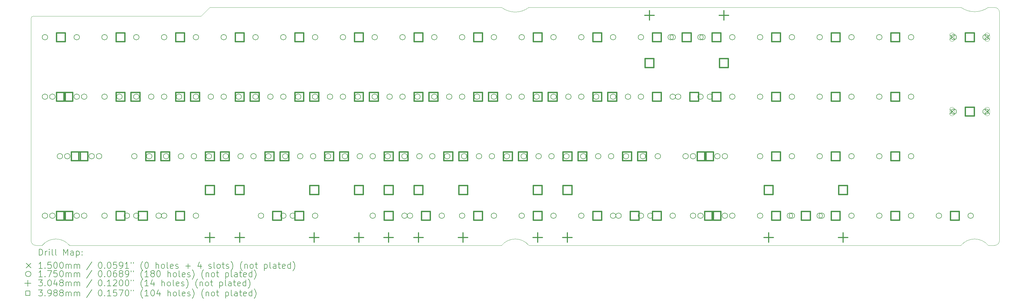
<source format=gbr>
%TF.GenerationSoftware,KiCad,Pcbnew,8.0.5*%
%TF.CreationDate,2024-09-17T11:40:27-04:00*%
%TF.ProjectId,Limousine,4c696d6f-7573-4696-9e65-2e6b69636164,rev?*%
%TF.SameCoordinates,Original*%
%TF.FileFunction,Drillmap*%
%TF.FilePolarity,Positive*%
%FSLAX45Y45*%
G04 Gerber Fmt 4.5, Leading zero omitted, Abs format (unit mm)*
G04 Created by KiCad (PCBNEW 8.0.5) date 2024-09-17 11:40:27*
%MOMM*%
%LPD*%
G01*
G04 APERTURE LIST*
%ADD10C,0.050000*%
%ADD11C,0.200000*%
%ADD12C,0.150000*%
%ADD13C,0.100000*%
%ADD14C,0.175000*%
%ADD15C,0.304800*%
%ADD16C,0.398780*%
G04 APERTURE END LIST*
D10*
X1746250Y-9207500D02*
G75*
G02*
X1587500Y-9048750I0J158750D01*
G01*
X16629062Y-9207500D02*
G75*
G02*
X17502188Y-9207500I436563J-357187D01*
G01*
X1944687Y-9207500D02*
G75*
G02*
X2817812Y-9207500I436563J-357187D01*
G01*
X32186562Y-1587500D02*
G75*
G02*
X31313437Y-1587500I-436563J623476D01*
G01*
X32186562Y-9207500D02*
X32385000Y-9207500D01*
X17502188Y-9207500D02*
X31313437Y-9207500D01*
X32543750Y-9048750D02*
G75*
G02*
X32385000Y-9207500I-158750J0D01*
G01*
X7302500Y-1587500D02*
X7024687Y-1865312D01*
X1587500Y-1944687D02*
G75*
G02*
X1666875Y-1865310I79380J-3D01*
G01*
X1587500Y-1944687D02*
X1587500Y-9048750D01*
X17502188Y-1587500D02*
G75*
G02*
X16629062Y-1587500I-436563J568939D01*
G01*
X31313437Y-9207500D02*
G75*
G02*
X32186562Y-9207500I436563J-357187D01*
G01*
X1746250Y-9207500D02*
X1944687Y-9207500D01*
X7024687Y-1865312D02*
X1666875Y-1865312D01*
X32186562Y-1587500D02*
X32385000Y-1587500D01*
X17502188Y-1587500D02*
X31313437Y-1587500D01*
X16629062Y-1587500D02*
X7302500Y-1587500D01*
X32385000Y-1587500D02*
G75*
G02*
X32543750Y-1746250I0J-158750D01*
G01*
X16629062Y-9207500D02*
X2817812Y-9207500D01*
X32543750Y-1746250D02*
X32543750Y-9048750D01*
D11*
D12*
X30956250Y-2465000D02*
X31106250Y-2615000D01*
X31106250Y-2465000D02*
X30956250Y-2615000D01*
D13*
X31106250Y-2605000D02*
X31106250Y-2475000D01*
X30956250Y-2475000D02*
G75*
G02*
X31106250Y-2475000I75000J0D01*
G01*
X30956250Y-2475000D02*
X30956250Y-2605000D01*
X30956250Y-2605000D02*
G75*
G03*
X31106250Y-2605000I75000J0D01*
G01*
D12*
X30956250Y-4846250D02*
X31106250Y-4996250D01*
X31106250Y-4846250D02*
X30956250Y-4996250D01*
D13*
X31106250Y-4986250D02*
X31106250Y-4856250D01*
X30956250Y-4856250D02*
G75*
G02*
X31106250Y-4856250I75000J0D01*
G01*
X30956250Y-4856250D02*
X30956250Y-4986250D01*
X30956250Y-4986250D02*
G75*
G03*
X31106250Y-4986250I75000J0D01*
G01*
D12*
X32076250Y-2465000D02*
X32226250Y-2615000D01*
X32226250Y-2465000D02*
X32076250Y-2615000D01*
D13*
X32226250Y-2605000D02*
X32226250Y-2475000D01*
X32076250Y-2475000D02*
G75*
G02*
X32226250Y-2475000I75000J0D01*
G01*
X32076250Y-2475000D02*
X32076250Y-2605000D01*
X32076250Y-2605000D02*
G75*
G03*
X32226250Y-2605000I75000J0D01*
G01*
D12*
X32076250Y-4846250D02*
X32226250Y-4996250D01*
X32226250Y-4846250D02*
X32076250Y-4996250D01*
D13*
X32226250Y-4986250D02*
X32226250Y-4856250D01*
X32076250Y-4856250D02*
G75*
G02*
X32226250Y-4856250I75000J0D01*
G01*
X32076250Y-4856250D02*
X32076250Y-4986250D01*
X32076250Y-4986250D02*
G75*
G03*
X32226250Y-4986250I75000J0D01*
G01*
D14*
X2119500Y-2540000D02*
G75*
G02*
X1944500Y-2540000I-87500J0D01*
G01*
X1944500Y-2540000D02*
G75*
G02*
X2119500Y-2540000I87500J0D01*
G01*
X2119500Y-4445000D02*
G75*
G02*
X1944500Y-4445000I-87500J0D01*
G01*
X1944500Y-4445000D02*
G75*
G02*
X2119500Y-4445000I87500J0D01*
G01*
X2119500Y-8255000D02*
G75*
G02*
X1944500Y-8255000I-87500J0D01*
G01*
X1944500Y-8255000D02*
G75*
G02*
X2119500Y-8255000I87500J0D01*
G01*
X2357624Y-4445000D02*
G75*
G02*
X2182624Y-4445000I-87500J0D01*
G01*
X2182624Y-4445000D02*
G75*
G02*
X2357624Y-4445000I87500J0D01*
G01*
X2357624Y-8255001D02*
G75*
G02*
X2182624Y-8255001I-87500J0D01*
G01*
X2182624Y-8255001D02*
G75*
G02*
X2357624Y-8255001I87500J0D01*
G01*
X2597735Y-6350002D02*
G75*
G02*
X2422735Y-6350002I-87500J0D01*
G01*
X2422735Y-6350002D02*
G75*
G02*
X2597735Y-6350002I87500J0D01*
G01*
X2833875Y-6350002D02*
G75*
G02*
X2658875Y-6350002I-87500J0D01*
G01*
X2658875Y-6350002D02*
G75*
G02*
X2833875Y-6350002I87500J0D01*
G01*
X3135500Y-8255000D02*
G75*
G02*
X2960500Y-8255000I-87500J0D01*
G01*
X2960500Y-8255000D02*
G75*
G02*
X3135500Y-8255000I87500J0D01*
G01*
X3135500Y-2540000D02*
G75*
G02*
X2960500Y-2540000I-87500J0D01*
G01*
X2960500Y-2540000D02*
G75*
G02*
X3135500Y-2540000I87500J0D01*
G01*
X3135500Y-4445000D02*
G75*
G02*
X2960500Y-4445000I-87500J0D01*
G01*
X2960500Y-4445000D02*
G75*
G02*
X3135500Y-4445000I87500J0D01*
G01*
X3373624Y-4445000D02*
G75*
G02*
X3198624Y-4445000I-87500J0D01*
G01*
X3198624Y-4445000D02*
G75*
G02*
X3373624Y-4445000I87500J0D01*
G01*
X3373624Y-8255001D02*
G75*
G02*
X3198624Y-8255001I-87500J0D01*
G01*
X3198624Y-8255001D02*
G75*
G02*
X3373624Y-8255001I87500J0D01*
G01*
X3613735Y-6350002D02*
G75*
G02*
X3438735Y-6350002I-87500J0D01*
G01*
X3438735Y-6350002D02*
G75*
G02*
X3613735Y-6350002I87500J0D01*
G01*
X3849875Y-6350002D02*
G75*
G02*
X3674875Y-6350002I-87500J0D01*
G01*
X3674875Y-6350002D02*
G75*
G02*
X3849875Y-6350002I87500J0D01*
G01*
X4024500Y-2540000D02*
G75*
G02*
X3849500Y-2540000I-87500J0D01*
G01*
X3849500Y-2540000D02*
G75*
G02*
X4024500Y-2540000I87500J0D01*
G01*
X4024500Y-4445000D02*
G75*
G02*
X3849500Y-4445000I-87500J0D01*
G01*
X3849500Y-4445000D02*
G75*
G02*
X4024500Y-4445000I87500J0D01*
G01*
X4024500Y-8255000D02*
G75*
G02*
X3849500Y-8255000I-87500J0D01*
G01*
X3849500Y-8255000D02*
G75*
G02*
X4024500Y-8255000I87500J0D01*
G01*
X4500747Y-4445004D02*
G75*
G02*
X4325747Y-4445004I-87500J0D01*
G01*
X4325747Y-4445004D02*
G75*
G02*
X4500747Y-4445004I87500J0D01*
G01*
X4738872Y-8255001D02*
G75*
G02*
X4563872Y-8255001I-87500J0D01*
G01*
X4563872Y-8255001D02*
G75*
G02*
X4738872Y-8255001I87500J0D01*
G01*
X4976997Y-6350005D02*
G75*
G02*
X4801997Y-6350005I-87500J0D01*
G01*
X4801997Y-6350005D02*
G75*
G02*
X4976997Y-6350005I87500J0D01*
G01*
X5040500Y-4445000D02*
G75*
G02*
X4865500Y-4445000I-87500J0D01*
G01*
X4865500Y-4445000D02*
G75*
G02*
X5040500Y-4445000I87500J0D01*
G01*
X5040500Y-8255000D02*
G75*
G02*
X4865500Y-8255000I-87500J0D01*
G01*
X4865500Y-8255000D02*
G75*
G02*
X5040500Y-8255000I87500J0D01*
G01*
X5040500Y-2540000D02*
G75*
G02*
X4865500Y-2540000I-87500J0D01*
G01*
X4865500Y-2540000D02*
G75*
G02*
X5040500Y-2540000I87500J0D01*
G01*
X5453248Y-6350002D02*
G75*
G02*
X5278248Y-6350002I-87500J0D01*
G01*
X5278248Y-6350002D02*
G75*
G02*
X5453248Y-6350002I87500J0D01*
G01*
X5516747Y-4445004D02*
G75*
G02*
X5341747Y-4445004I-87500J0D01*
G01*
X5341747Y-4445004D02*
G75*
G02*
X5516747Y-4445004I87500J0D01*
G01*
X5754872Y-8255001D02*
G75*
G02*
X5579872Y-8255001I-87500J0D01*
G01*
X5579872Y-8255001D02*
G75*
G02*
X5754872Y-8255001I87500J0D01*
G01*
X5929500Y-2540000D02*
G75*
G02*
X5754500Y-2540000I-87500J0D01*
G01*
X5754500Y-2540000D02*
G75*
G02*
X5929500Y-2540000I87500J0D01*
G01*
X5929500Y-4445000D02*
G75*
G02*
X5754500Y-4445000I-87500J0D01*
G01*
X5754500Y-4445000D02*
G75*
G02*
X5929500Y-4445000I87500J0D01*
G01*
X5929500Y-8255000D02*
G75*
G02*
X5754500Y-8255000I-87500J0D01*
G01*
X5754500Y-8255000D02*
G75*
G02*
X5929500Y-8255000I87500J0D01*
G01*
X5992997Y-6350005D02*
G75*
G02*
X5817997Y-6350005I-87500J0D01*
G01*
X5817997Y-6350005D02*
G75*
G02*
X5992997Y-6350005I87500J0D01*
G01*
X6405746Y-4445000D02*
G75*
G02*
X6230746Y-4445000I-87500J0D01*
G01*
X6230746Y-4445000D02*
G75*
G02*
X6405746Y-4445000I87500J0D01*
G01*
X6469248Y-6350002D02*
G75*
G02*
X6294248Y-6350002I-87500J0D01*
G01*
X6294248Y-6350002D02*
G75*
G02*
X6469248Y-6350002I87500J0D01*
G01*
X6881997Y-6350005D02*
G75*
G02*
X6706997Y-6350005I-87500J0D01*
G01*
X6706997Y-6350005D02*
G75*
G02*
X6881997Y-6350005I87500J0D01*
G01*
X6945500Y-8255000D02*
G75*
G02*
X6770500Y-8255000I-87500J0D01*
G01*
X6770500Y-8255000D02*
G75*
G02*
X6945500Y-8255000I87500J0D01*
G01*
X6945500Y-2540000D02*
G75*
G02*
X6770500Y-2540000I-87500J0D01*
G01*
X6770500Y-2540000D02*
G75*
G02*
X6945500Y-2540000I87500J0D01*
G01*
X6945500Y-4445000D02*
G75*
G02*
X6770500Y-4445000I-87500J0D01*
G01*
X6770500Y-4445000D02*
G75*
G02*
X6945500Y-4445000I87500J0D01*
G01*
X7358246Y-6350002D02*
G75*
G02*
X7183246Y-6350002I-87500J0D01*
G01*
X7183246Y-6350002D02*
G75*
G02*
X7358246Y-6350002I87500J0D01*
G01*
X7421745Y-4445000D02*
G75*
G02*
X7246745Y-4445000I-87500J0D01*
G01*
X7246745Y-4445000D02*
G75*
G02*
X7421745Y-4445000I87500J0D01*
G01*
X7834500Y-2540000D02*
G75*
G02*
X7659500Y-2540000I-87500J0D01*
G01*
X7659500Y-2540000D02*
G75*
G02*
X7834500Y-2540000I87500J0D01*
G01*
X7834500Y-4445000D02*
G75*
G02*
X7659500Y-4445000I-87500J0D01*
G01*
X7659500Y-4445000D02*
G75*
G02*
X7834500Y-4445000I87500J0D01*
G01*
X7897997Y-6350005D02*
G75*
G02*
X7722997Y-6350005I-87500J0D01*
G01*
X7722997Y-6350005D02*
G75*
G02*
X7897997Y-6350005I87500J0D01*
G01*
X8310744Y-4445000D02*
G75*
G02*
X8135744Y-4445000I-87500J0D01*
G01*
X8135744Y-4445000D02*
G75*
G02*
X8310744Y-4445000I87500J0D01*
G01*
X8374246Y-6350002D02*
G75*
G02*
X8199246Y-6350002I-87500J0D01*
G01*
X8199246Y-6350002D02*
G75*
G02*
X8374246Y-6350002I87500J0D01*
G01*
X8786995Y-6350005D02*
G75*
G02*
X8611995Y-6350005I-87500J0D01*
G01*
X8611995Y-6350005D02*
G75*
G02*
X8786995Y-6350005I87500J0D01*
G01*
X8850500Y-2540000D02*
G75*
G02*
X8675500Y-2540000I-87500J0D01*
G01*
X8675500Y-2540000D02*
G75*
G02*
X8850500Y-2540000I87500J0D01*
G01*
X8850500Y-4445000D02*
G75*
G02*
X8675500Y-4445000I-87500J0D01*
G01*
X8675500Y-4445000D02*
G75*
G02*
X8850500Y-4445000I87500J0D01*
G01*
X9025119Y-8255000D02*
G75*
G02*
X8850119Y-8255000I-87500J0D01*
G01*
X8850119Y-8255000D02*
G75*
G02*
X9025119Y-8255000I87500J0D01*
G01*
X9263245Y-6350002D02*
G75*
G02*
X9088245Y-6350002I-87500J0D01*
G01*
X9088245Y-6350002D02*
G75*
G02*
X9263245Y-6350002I87500J0D01*
G01*
X9326744Y-4445000D02*
G75*
G02*
X9151744Y-4445000I-87500J0D01*
G01*
X9151744Y-4445000D02*
G75*
G02*
X9326744Y-4445000I87500J0D01*
G01*
X9739493Y-8255001D02*
G75*
G02*
X9564493Y-8255001I-87500J0D01*
G01*
X9564493Y-8255001D02*
G75*
G02*
X9739493Y-8255001I87500J0D01*
G01*
X9739500Y-2540000D02*
G75*
G02*
X9564500Y-2540000I-87500J0D01*
G01*
X9564500Y-2540000D02*
G75*
G02*
X9739500Y-2540000I87500J0D01*
G01*
X9739500Y-4445000D02*
G75*
G02*
X9564500Y-4445000I-87500J0D01*
G01*
X9564500Y-4445000D02*
G75*
G02*
X9739500Y-4445000I87500J0D01*
G01*
X9802995Y-6350005D02*
G75*
G02*
X9627995Y-6350005I-87500J0D01*
G01*
X9627995Y-6350005D02*
G75*
G02*
X9802995Y-6350005I87500J0D01*
G01*
X10041118Y-8255000D02*
G75*
G02*
X9866118Y-8255000I-87500J0D01*
G01*
X9866118Y-8255000D02*
G75*
G02*
X10041118Y-8255000I87500J0D01*
G01*
X10215743Y-4445000D02*
G75*
G02*
X10040743Y-4445000I-87500J0D01*
G01*
X10040743Y-4445000D02*
G75*
G02*
X10215743Y-4445000I87500J0D01*
G01*
X10279245Y-6350002D02*
G75*
G02*
X10104245Y-6350002I-87500J0D01*
G01*
X10104245Y-6350002D02*
G75*
G02*
X10279245Y-6350002I87500J0D01*
G01*
X10691995Y-6350005D02*
G75*
G02*
X10516995Y-6350005I-87500J0D01*
G01*
X10516995Y-6350005D02*
G75*
G02*
X10691995Y-6350005I87500J0D01*
G01*
X10755493Y-8255001D02*
G75*
G02*
X10580493Y-8255001I-87500J0D01*
G01*
X10580493Y-8255001D02*
G75*
G02*
X10755493Y-8255001I87500J0D01*
G01*
X10755500Y-2540000D02*
G75*
G02*
X10580500Y-2540000I-87500J0D01*
G01*
X10580500Y-2540000D02*
G75*
G02*
X10755500Y-2540000I87500J0D01*
G01*
X10755500Y-4445000D02*
G75*
G02*
X10580500Y-4445000I-87500J0D01*
G01*
X10580500Y-4445000D02*
G75*
G02*
X10755500Y-4445000I87500J0D01*
G01*
X11168243Y-6350002D02*
G75*
G02*
X10993243Y-6350002I-87500J0D01*
G01*
X10993243Y-6350002D02*
G75*
G02*
X11168243Y-6350002I87500J0D01*
G01*
X11231742Y-4445000D02*
G75*
G02*
X11056742Y-4445000I-87500J0D01*
G01*
X11056742Y-4445000D02*
G75*
G02*
X11231742Y-4445000I87500J0D01*
G01*
X11644500Y-2540000D02*
G75*
G02*
X11469500Y-2540000I-87500J0D01*
G01*
X11469500Y-2540000D02*
G75*
G02*
X11644500Y-2540000I87500J0D01*
G01*
X11644500Y-4445000D02*
G75*
G02*
X11469500Y-4445000I-87500J0D01*
G01*
X11469500Y-4445000D02*
G75*
G02*
X11644500Y-4445000I87500J0D01*
G01*
X11707995Y-6350005D02*
G75*
G02*
X11532995Y-6350005I-87500J0D01*
G01*
X11532995Y-6350005D02*
G75*
G02*
X11707995Y-6350005I87500J0D01*
G01*
X12120741Y-4445000D02*
G75*
G02*
X11945741Y-4445000I-87500J0D01*
G01*
X11945741Y-4445000D02*
G75*
G02*
X12120741Y-4445000I87500J0D01*
G01*
X12184243Y-6350002D02*
G75*
G02*
X12009243Y-6350002I-87500J0D01*
G01*
X12009243Y-6350002D02*
G75*
G02*
X12184243Y-6350002I87500J0D01*
G01*
X12596990Y-8255000D02*
G75*
G02*
X12421990Y-8255000I-87500J0D01*
G01*
X12421990Y-8255000D02*
G75*
G02*
X12596990Y-8255000I87500J0D01*
G01*
X12596995Y-6350005D02*
G75*
G02*
X12421995Y-6350005I-87500J0D01*
G01*
X12421995Y-6350005D02*
G75*
G02*
X12596995Y-6350005I87500J0D01*
G01*
X12660500Y-2540000D02*
G75*
G02*
X12485500Y-2540000I-87500J0D01*
G01*
X12485500Y-2540000D02*
G75*
G02*
X12660500Y-2540000I87500J0D01*
G01*
X12660500Y-4445000D02*
G75*
G02*
X12485500Y-4445000I-87500J0D01*
G01*
X12485500Y-4445000D02*
G75*
G02*
X12660500Y-4445000I87500J0D01*
G01*
X13073242Y-6350002D02*
G75*
G02*
X12898242Y-6350002I-87500J0D01*
G01*
X12898242Y-6350002D02*
G75*
G02*
X13073242Y-6350002I87500J0D01*
G01*
X13136741Y-4445000D02*
G75*
G02*
X12961741Y-4445000I-87500J0D01*
G01*
X12961741Y-4445000D02*
G75*
G02*
X13136741Y-4445000I87500J0D01*
G01*
X13549500Y-2540000D02*
G75*
G02*
X13374500Y-2540000I-87500J0D01*
G01*
X13374500Y-2540000D02*
G75*
G02*
X13549500Y-2540000I87500J0D01*
G01*
X13549500Y-4445000D02*
G75*
G02*
X13374500Y-4445000I-87500J0D01*
G01*
X13374500Y-4445000D02*
G75*
G02*
X13549500Y-4445000I87500J0D01*
G01*
X13612990Y-8255000D02*
G75*
G02*
X13437990Y-8255000I-87500J0D01*
G01*
X13437990Y-8255000D02*
G75*
G02*
X13612990Y-8255000I87500J0D01*
G01*
X13612995Y-6350005D02*
G75*
G02*
X13437995Y-6350005I-87500J0D01*
G01*
X13437995Y-6350005D02*
G75*
G02*
X13612995Y-6350005I87500J0D01*
G01*
X13787614Y-8255000D02*
G75*
G02*
X13612614Y-8255000I-87500J0D01*
G01*
X13612614Y-8255000D02*
G75*
G02*
X13787614Y-8255000I87500J0D01*
G01*
X14025739Y-4445000D02*
G75*
G02*
X13850739Y-4445000I-87500J0D01*
G01*
X13850739Y-4445000D02*
G75*
G02*
X14025739Y-4445000I87500J0D01*
G01*
X14089241Y-6350002D02*
G75*
G02*
X13914241Y-6350002I-87500J0D01*
G01*
X13914241Y-6350002D02*
G75*
G02*
X14089241Y-6350002I87500J0D01*
G01*
X14501995Y-6350005D02*
G75*
G02*
X14326995Y-6350005I-87500J0D01*
G01*
X14326995Y-6350005D02*
G75*
G02*
X14501995Y-6350005I87500J0D01*
G01*
X14565500Y-2540000D02*
G75*
G02*
X14390500Y-2540000I-87500J0D01*
G01*
X14390500Y-2540000D02*
G75*
G02*
X14565500Y-2540000I87500J0D01*
G01*
X14565500Y-4445000D02*
G75*
G02*
X14390500Y-4445000I-87500J0D01*
G01*
X14390500Y-4445000D02*
G75*
G02*
X14565500Y-4445000I87500J0D01*
G01*
X14803614Y-8255000D02*
G75*
G02*
X14628614Y-8255000I-87500J0D01*
G01*
X14628614Y-8255000D02*
G75*
G02*
X14803614Y-8255000I87500J0D01*
G01*
X14978240Y-6350002D02*
G75*
G02*
X14803240Y-6350002I-87500J0D01*
G01*
X14803240Y-6350002D02*
G75*
G02*
X14978240Y-6350002I87500J0D01*
G01*
X15041739Y-4445000D02*
G75*
G02*
X14866739Y-4445000I-87500J0D01*
G01*
X14866739Y-4445000D02*
G75*
G02*
X15041739Y-4445000I87500J0D01*
G01*
X15454488Y-8255001D02*
G75*
G02*
X15279488Y-8255001I-87500J0D01*
G01*
X15279488Y-8255001D02*
G75*
G02*
X15454488Y-8255001I87500J0D01*
G01*
X15454500Y-2540000D02*
G75*
G02*
X15279500Y-2540000I-87500J0D01*
G01*
X15279500Y-2540000D02*
G75*
G02*
X15454500Y-2540000I87500J0D01*
G01*
X15454500Y-4445000D02*
G75*
G02*
X15279500Y-4445000I-87500J0D01*
G01*
X15279500Y-4445000D02*
G75*
G02*
X15454500Y-4445000I87500J0D01*
G01*
X15517995Y-6350005D02*
G75*
G02*
X15342995Y-6350005I-87500J0D01*
G01*
X15342995Y-6350005D02*
G75*
G02*
X15517995Y-6350005I87500J0D01*
G01*
X15930738Y-4445000D02*
G75*
G02*
X15755738Y-4445000I-87500J0D01*
G01*
X15755738Y-4445000D02*
G75*
G02*
X15930738Y-4445000I87500J0D01*
G01*
X15994240Y-6350002D02*
G75*
G02*
X15819240Y-6350002I-87500J0D01*
G01*
X15819240Y-6350002D02*
G75*
G02*
X15994240Y-6350002I87500J0D01*
G01*
X16406995Y-6350005D02*
G75*
G02*
X16231995Y-6350005I-87500J0D01*
G01*
X16231995Y-6350005D02*
G75*
G02*
X16406995Y-6350005I87500J0D01*
G01*
X16470488Y-8255001D02*
G75*
G02*
X16295488Y-8255001I-87500J0D01*
G01*
X16295488Y-8255001D02*
G75*
G02*
X16470488Y-8255001I87500J0D01*
G01*
X16470500Y-2540000D02*
G75*
G02*
X16295500Y-2540000I-87500J0D01*
G01*
X16295500Y-2540000D02*
G75*
G02*
X16470500Y-2540000I87500J0D01*
G01*
X16470500Y-4445000D02*
G75*
G02*
X16295500Y-4445000I-87500J0D01*
G01*
X16295500Y-4445000D02*
G75*
G02*
X16470500Y-4445000I87500J0D01*
G01*
X16883239Y-6350002D02*
G75*
G02*
X16708238Y-6350002I-87500J0D01*
G01*
X16708238Y-6350002D02*
G75*
G02*
X16883239Y-6350002I87500J0D01*
G01*
X16946738Y-4445000D02*
G75*
G02*
X16771737Y-4445000I-87500J0D01*
G01*
X16771737Y-4445000D02*
G75*
G02*
X16946738Y-4445000I87500J0D01*
G01*
X17359500Y-2540000D02*
G75*
G02*
X17184500Y-2540000I-87500J0D01*
G01*
X17184500Y-2540000D02*
G75*
G02*
X17359500Y-2540000I87500J0D01*
G01*
X17359500Y-4445000D02*
G75*
G02*
X17184500Y-4445000I-87500J0D01*
G01*
X17184500Y-4445000D02*
G75*
G02*
X17359500Y-4445000I87500J0D01*
G01*
X17359500Y-8255000D02*
G75*
G02*
X17184500Y-8255000I-87500J0D01*
G01*
X17184500Y-8255000D02*
G75*
G02*
X17359500Y-8255000I87500J0D01*
G01*
X17422995Y-6350005D02*
G75*
G02*
X17247995Y-6350005I-87500J0D01*
G01*
X17247995Y-6350005D02*
G75*
G02*
X17422995Y-6350005I87500J0D01*
G01*
X17835736Y-4445000D02*
G75*
G02*
X17660736Y-4445000I-87500J0D01*
G01*
X17660736Y-4445000D02*
G75*
G02*
X17835736Y-4445000I87500J0D01*
G01*
X17899238Y-6350002D02*
G75*
G02*
X17724238Y-6350002I-87500J0D01*
G01*
X17724238Y-6350002D02*
G75*
G02*
X17899238Y-6350002I87500J0D01*
G01*
X18311995Y-6350005D02*
G75*
G02*
X18136995Y-6350005I-87500J0D01*
G01*
X18136995Y-6350005D02*
G75*
G02*
X18311995Y-6350005I87500J0D01*
G01*
X18375500Y-8255000D02*
G75*
G02*
X18200500Y-8255000I-87500J0D01*
G01*
X18200500Y-8255000D02*
G75*
G02*
X18375500Y-8255000I87500J0D01*
G01*
X18375500Y-2540000D02*
G75*
G02*
X18200500Y-2540000I-87500J0D01*
G01*
X18200500Y-2540000D02*
G75*
G02*
X18375500Y-2540000I87500J0D01*
G01*
X18375500Y-4445000D02*
G75*
G02*
X18200500Y-4445000I-87500J0D01*
G01*
X18200500Y-4445000D02*
G75*
G02*
X18375500Y-4445000I87500J0D01*
G01*
X18788237Y-6350002D02*
G75*
G02*
X18613237Y-6350002I-87500J0D01*
G01*
X18613237Y-6350002D02*
G75*
G02*
X18788237Y-6350002I87500J0D01*
G01*
X18851736Y-4445000D02*
G75*
G02*
X18676736Y-4445000I-87500J0D01*
G01*
X18676736Y-4445000D02*
G75*
G02*
X18851736Y-4445000I87500J0D01*
G01*
X19264500Y-2540000D02*
G75*
G02*
X19089500Y-2540000I-87500J0D01*
G01*
X19089500Y-2540000D02*
G75*
G02*
X19264500Y-2540000I87500J0D01*
G01*
X19264500Y-4445000D02*
G75*
G02*
X19089500Y-4445000I-87500J0D01*
G01*
X19089500Y-4445000D02*
G75*
G02*
X19264500Y-4445000I87500J0D01*
G01*
X19264500Y-8255000D02*
G75*
G02*
X19089500Y-8255000I-87500J0D01*
G01*
X19089500Y-8255000D02*
G75*
G02*
X19264500Y-8255000I87500J0D01*
G01*
X19327995Y-6350005D02*
G75*
G02*
X19152995Y-6350005I-87500J0D01*
G01*
X19152995Y-6350005D02*
G75*
G02*
X19327995Y-6350005I87500J0D01*
G01*
X19740735Y-4445000D02*
G75*
G02*
X19565735Y-4445000I-87500J0D01*
G01*
X19565735Y-4445000D02*
G75*
G02*
X19740735Y-4445000I87500J0D01*
G01*
X19804237Y-6350002D02*
G75*
G02*
X19629237Y-6350002I-87500J0D01*
G01*
X19629237Y-6350002D02*
G75*
G02*
X19804237Y-6350002I87500J0D01*
G01*
X20216995Y-6350005D02*
G75*
G02*
X20041995Y-6350005I-87500J0D01*
G01*
X20041995Y-6350005D02*
G75*
G02*
X20216995Y-6350005I87500J0D01*
G01*
X20280500Y-8255000D02*
G75*
G02*
X20105500Y-8255000I-87500J0D01*
G01*
X20105500Y-8255000D02*
G75*
G02*
X20280500Y-8255000I87500J0D01*
G01*
X20280500Y-2540000D02*
G75*
G02*
X20105500Y-2540000I-87500J0D01*
G01*
X20105500Y-2540000D02*
G75*
G02*
X20280500Y-2540000I87500J0D01*
G01*
X20280500Y-4445000D02*
G75*
G02*
X20105500Y-4445000I-87500J0D01*
G01*
X20105500Y-4445000D02*
G75*
G02*
X20280500Y-4445000I87500J0D01*
G01*
X20455109Y-8255001D02*
G75*
G02*
X20280109Y-8255001I-87500J0D01*
G01*
X20280109Y-8255001D02*
G75*
G02*
X20455109Y-8255001I87500J0D01*
G01*
X20693235Y-6350002D02*
G75*
G02*
X20518235Y-6350002I-87500J0D01*
G01*
X20518235Y-6350002D02*
G75*
G02*
X20693235Y-6350002I87500J0D01*
G01*
X20756734Y-4445000D02*
G75*
G02*
X20581734Y-4445000I-87500J0D01*
G01*
X20581734Y-4445000D02*
G75*
G02*
X20756734Y-4445000I87500J0D01*
G01*
X21169500Y-2540000D02*
G75*
G02*
X20994500Y-2540000I-87500J0D01*
G01*
X20994500Y-2540000D02*
G75*
G02*
X21169500Y-2540000I87500J0D01*
G01*
X21169500Y-4445000D02*
G75*
G02*
X20994500Y-4445000I-87500J0D01*
G01*
X20994500Y-4445000D02*
G75*
G02*
X21169500Y-4445000I87500J0D01*
G01*
X21169500Y-8255000D02*
G75*
G02*
X20994500Y-8255000I-87500J0D01*
G01*
X20994500Y-8255000D02*
G75*
G02*
X21169500Y-8255000I87500J0D01*
G01*
X21232995Y-6350005D02*
G75*
G02*
X21057995Y-6350005I-87500J0D01*
G01*
X21057995Y-6350005D02*
G75*
G02*
X21232995Y-6350005I87500J0D01*
G01*
X21471109Y-8255001D02*
G75*
G02*
X21296109Y-8255001I-87500J0D01*
G01*
X21296109Y-8255001D02*
G75*
G02*
X21471109Y-8255001I87500J0D01*
G01*
X21709235Y-6350002D02*
G75*
G02*
X21534235Y-6350002I-87500J0D01*
G01*
X21534235Y-6350002D02*
G75*
G02*
X21709235Y-6350002I87500J0D01*
G01*
X22121983Y-2539999D02*
G75*
G02*
X21946983Y-2539999I-87500J0D01*
G01*
X21946983Y-2539999D02*
G75*
G02*
X22121983Y-2539999I87500J0D01*
G01*
X22185500Y-2540000D02*
G75*
G02*
X22010500Y-2540000I-87500J0D01*
G01*
X22010500Y-2540000D02*
G75*
G02*
X22185500Y-2540000I87500J0D01*
G01*
X22185500Y-4445000D02*
G75*
G02*
X22010500Y-4445000I-87500J0D01*
G01*
X22010500Y-4445000D02*
G75*
G02*
X22185500Y-4445000I87500J0D01*
G01*
X22185500Y-8255000D02*
G75*
G02*
X22010500Y-8255000I-87500J0D01*
G01*
X22010500Y-8255000D02*
G75*
G02*
X22185500Y-8255000I87500J0D01*
G01*
X22360107Y-4445000D02*
G75*
G02*
X22185107Y-4445000I-87500J0D01*
G01*
X22185107Y-4445000D02*
G75*
G02*
X22360107Y-4445000I87500J0D01*
G01*
X22598234Y-6350002D02*
G75*
G02*
X22423234Y-6350002I-87500J0D01*
G01*
X22423234Y-6350002D02*
G75*
G02*
X22598234Y-6350002I87500J0D01*
G01*
X22836357Y-8255001D02*
G75*
G02*
X22661357Y-8255001I-87500J0D01*
G01*
X22661357Y-8255001D02*
G75*
G02*
X22836357Y-8255001I87500J0D01*
G01*
X22836358Y-6350002D02*
G75*
G02*
X22661358Y-6350002I-87500J0D01*
G01*
X22661358Y-6350002D02*
G75*
G02*
X22836358Y-6350002I87500J0D01*
G01*
X23074500Y-2540000D02*
G75*
G02*
X22899500Y-2540000I-87500J0D01*
G01*
X22899500Y-2540000D02*
G75*
G02*
X23074500Y-2540000I87500J0D01*
G01*
X23074500Y-4445000D02*
G75*
G02*
X22899500Y-4445000I-87500J0D01*
G01*
X22899500Y-4445000D02*
G75*
G02*
X23074500Y-4445000I87500J0D01*
G01*
X23074500Y-8255000D02*
G75*
G02*
X22899500Y-8255000I-87500J0D01*
G01*
X22899500Y-8255000D02*
G75*
G02*
X23074500Y-8255000I87500J0D01*
G01*
X23137982Y-2539999D02*
G75*
G02*
X22962982Y-2539999I-87500J0D01*
G01*
X22962982Y-2539999D02*
G75*
G02*
X23137982Y-2539999I87500J0D01*
G01*
X23376107Y-4445000D02*
G75*
G02*
X23201107Y-4445000I-87500J0D01*
G01*
X23201107Y-4445000D02*
G75*
G02*
X23376107Y-4445000I87500J0D01*
G01*
X23614233Y-6350002D02*
G75*
G02*
X23439233Y-6350002I-87500J0D01*
G01*
X23439233Y-6350002D02*
G75*
G02*
X23614233Y-6350002I87500J0D01*
G01*
X23852357Y-8255001D02*
G75*
G02*
X23677357Y-8255001I-87500J0D01*
G01*
X23677357Y-8255001D02*
G75*
G02*
X23852357Y-8255001I87500J0D01*
G01*
X23852358Y-6350002D02*
G75*
G02*
X23677358Y-6350002I-87500J0D01*
G01*
X23677358Y-6350002D02*
G75*
G02*
X23852358Y-6350002I87500J0D01*
G01*
X24090500Y-2540000D02*
G75*
G02*
X23915500Y-2540000I-87500J0D01*
G01*
X23915500Y-2540000D02*
G75*
G02*
X24090500Y-2540000I87500J0D01*
G01*
X24090500Y-4445000D02*
G75*
G02*
X23915500Y-4445000I-87500J0D01*
G01*
X23915500Y-4445000D02*
G75*
G02*
X24090500Y-4445000I87500J0D01*
G01*
X24090500Y-8255000D02*
G75*
G02*
X23915500Y-8255000I-87500J0D01*
G01*
X23915500Y-8255000D02*
G75*
G02*
X24090500Y-8255000I87500J0D01*
G01*
X24979500Y-2540000D02*
G75*
G02*
X24804500Y-2540000I-87500J0D01*
G01*
X24804500Y-2540000D02*
G75*
G02*
X24979500Y-2540000I87500J0D01*
G01*
X24979500Y-4445000D02*
G75*
G02*
X24804500Y-4445000I-87500J0D01*
G01*
X24804500Y-4445000D02*
G75*
G02*
X24979500Y-4445000I87500J0D01*
G01*
X24979500Y-8255000D02*
G75*
G02*
X24804500Y-8255000I-87500J0D01*
G01*
X24804500Y-8255000D02*
G75*
G02*
X24979500Y-8255000I87500J0D01*
G01*
X24979500Y-6350000D02*
G75*
G02*
X24804500Y-6350000I-87500J0D01*
G01*
X24804500Y-6350000D02*
G75*
G02*
X24979500Y-6350000I87500J0D01*
G01*
X25931979Y-8255000D02*
G75*
G02*
X25756979Y-8255000I-87500J0D01*
G01*
X25756979Y-8255000D02*
G75*
G02*
X25931979Y-8255000I87500J0D01*
G01*
X25995500Y-6350000D02*
G75*
G02*
X25820500Y-6350000I-87500J0D01*
G01*
X25820500Y-6350000D02*
G75*
G02*
X25995500Y-6350000I87500J0D01*
G01*
X25995500Y-2540000D02*
G75*
G02*
X25820500Y-2540000I-87500J0D01*
G01*
X25820500Y-2540000D02*
G75*
G02*
X25995500Y-2540000I87500J0D01*
G01*
X25995500Y-4445000D02*
G75*
G02*
X25820500Y-4445000I-87500J0D01*
G01*
X25820500Y-4445000D02*
G75*
G02*
X25995500Y-4445000I87500J0D01*
G01*
X25995500Y-8255000D02*
G75*
G02*
X25820500Y-8255000I-87500J0D01*
G01*
X25820500Y-8255000D02*
G75*
G02*
X25995500Y-8255000I87500J0D01*
G01*
X26884500Y-2540000D02*
G75*
G02*
X26709500Y-2540000I-87500J0D01*
G01*
X26709500Y-2540000D02*
G75*
G02*
X26884500Y-2540000I87500J0D01*
G01*
X26884500Y-4445000D02*
G75*
G02*
X26709500Y-4445000I-87500J0D01*
G01*
X26709500Y-4445000D02*
G75*
G02*
X26884500Y-4445000I87500J0D01*
G01*
X26884500Y-8255000D02*
G75*
G02*
X26709500Y-8255000I-87500J0D01*
G01*
X26709500Y-8255000D02*
G75*
G02*
X26884500Y-8255000I87500J0D01*
G01*
X26884500Y-6350000D02*
G75*
G02*
X26709500Y-6350000I-87500J0D01*
G01*
X26709500Y-6350000D02*
G75*
G02*
X26884500Y-6350000I87500J0D01*
G01*
X26947979Y-8255000D02*
G75*
G02*
X26772979Y-8255000I-87500J0D01*
G01*
X26772979Y-8255000D02*
G75*
G02*
X26947979Y-8255000I87500J0D01*
G01*
X27900500Y-6350000D02*
G75*
G02*
X27725500Y-6350000I-87500J0D01*
G01*
X27725500Y-6350000D02*
G75*
G02*
X27900500Y-6350000I87500J0D01*
G01*
X27900500Y-2540000D02*
G75*
G02*
X27725500Y-2540000I-87500J0D01*
G01*
X27725500Y-2540000D02*
G75*
G02*
X27900500Y-2540000I87500J0D01*
G01*
X27900500Y-4445000D02*
G75*
G02*
X27725500Y-4445000I-87500J0D01*
G01*
X27725500Y-4445000D02*
G75*
G02*
X27900500Y-4445000I87500J0D01*
G01*
X27900500Y-8255000D02*
G75*
G02*
X27725500Y-8255000I-87500J0D01*
G01*
X27725500Y-8255000D02*
G75*
G02*
X27900500Y-8255000I87500J0D01*
G01*
X28789500Y-2540000D02*
G75*
G02*
X28614500Y-2540000I-87500J0D01*
G01*
X28614500Y-2540000D02*
G75*
G02*
X28789500Y-2540000I87500J0D01*
G01*
X28789500Y-4445000D02*
G75*
G02*
X28614500Y-4445000I-87500J0D01*
G01*
X28614500Y-4445000D02*
G75*
G02*
X28789500Y-4445000I87500J0D01*
G01*
X28789500Y-6350000D02*
G75*
G02*
X28614500Y-6350000I-87500J0D01*
G01*
X28614500Y-6350000D02*
G75*
G02*
X28789500Y-6350000I87500J0D01*
G01*
X28789500Y-8255000D02*
G75*
G02*
X28614500Y-8255000I-87500J0D01*
G01*
X28614500Y-8255000D02*
G75*
G02*
X28789500Y-8255000I87500J0D01*
G01*
X29805500Y-2540000D02*
G75*
G02*
X29630500Y-2540000I-87500J0D01*
G01*
X29630500Y-2540000D02*
G75*
G02*
X29805500Y-2540000I87500J0D01*
G01*
X29805500Y-4445000D02*
G75*
G02*
X29630500Y-4445000I-87500J0D01*
G01*
X29630500Y-4445000D02*
G75*
G02*
X29805500Y-4445000I87500J0D01*
G01*
X29805500Y-6350000D02*
G75*
G02*
X29630500Y-6350000I-87500J0D01*
G01*
X29630500Y-6350000D02*
G75*
G02*
X29805500Y-6350000I87500J0D01*
G01*
X29805500Y-8255000D02*
G75*
G02*
X29630500Y-8255000I-87500J0D01*
G01*
X29630500Y-8255000D02*
G75*
G02*
X29805500Y-8255000I87500J0D01*
G01*
X30694500Y-8255000D02*
G75*
G02*
X30519500Y-8255000I-87500J0D01*
G01*
X30519500Y-8255000D02*
G75*
G02*
X30694500Y-8255000I87500J0D01*
G01*
X31170750Y-2540000D02*
G75*
G02*
X30995750Y-2540000I-87500J0D01*
G01*
X30995750Y-2540000D02*
G75*
G02*
X31170750Y-2540000I87500J0D01*
G01*
X31170750Y-4921250D02*
G75*
G02*
X30995750Y-4921250I-87500J0D01*
G01*
X30995750Y-4921250D02*
G75*
G02*
X31170750Y-4921250I87500J0D01*
G01*
X31710500Y-8255000D02*
G75*
G02*
X31535500Y-8255000I-87500J0D01*
G01*
X31535500Y-8255000D02*
G75*
G02*
X31710500Y-8255000I87500J0D01*
G01*
X32186750Y-2540000D02*
G75*
G02*
X32011750Y-2540000I-87500J0D01*
G01*
X32011750Y-2540000D02*
G75*
G02*
X32186750Y-2540000I87500J0D01*
G01*
X32186750Y-4921250D02*
G75*
G02*
X32011750Y-4921250I-87500J0D01*
G01*
X32011750Y-4921250D02*
G75*
G02*
X32186750Y-4921250I87500J0D01*
G01*
D15*
X7302490Y-8801100D02*
X7302490Y-9105900D01*
X7150090Y-8953500D02*
X7454890Y-8953500D01*
X8254993Y-8801101D02*
X8254993Y-9105901D01*
X8102593Y-8953501D02*
X8407393Y-8953501D01*
X8254993Y-8801100D02*
X8254993Y-9105900D01*
X8102593Y-8953500D02*
X8407393Y-8953500D01*
X10636243Y-8801100D02*
X10636243Y-9105900D01*
X10483843Y-8953500D02*
X10788643Y-8953500D01*
X12064993Y-8801101D02*
X12064993Y-9105901D01*
X11912593Y-8953501D02*
X12217393Y-8953501D01*
X13017489Y-8801100D02*
X13017489Y-9105900D01*
X12865089Y-8953500D02*
X13169889Y-8953500D01*
X13969988Y-8801101D02*
X13969988Y-9105901D01*
X13817588Y-8953501D02*
X14122388Y-8953501D01*
X15398739Y-8801100D02*
X15398739Y-9105900D01*
X15246339Y-8953500D02*
X15551139Y-8953500D01*
X17779988Y-8801101D02*
X17779988Y-9105901D01*
X17627588Y-8953501D02*
X17932388Y-8953501D01*
X18732490Y-8801100D02*
X18732490Y-9105900D01*
X18580090Y-8953500D02*
X18884890Y-8953500D01*
X21351857Y-1689099D02*
X21351857Y-1993899D01*
X21199457Y-1841499D02*
X21504257Y-1841499D01*
X23733107Y-1689099D02*
X23733107Y-1993899D01*
X23580707Y-1841499D02*
X23885507Y-1841499D01*
X25161854Y-8801100D02*
X25161854Y-9105900D01*
X25009454Y-8953500D02*
X25314254Y-8953500D01*
X27543104Y-8801100D02*
X27543104Y-9105900D01*
X27390704Y-8953500D02*
X27695504Y-8953500D01*
D16*
X2680991Y-2680991D02*
X2680991Y-2399009D01*
X2399009Y-2399009D01*
X2399009Y-2680991D01*
X2680991Y-2680991D01*
X2680991Y-4585991D02*
X2680991Y-4304009D01*
X2399009Y-4304009D01*
X2399009Y-4585991D01*
X2680991Y-4585991D01*
X2680991Y-8395991D02*
X2680991Y-8114009D01*
X2399009Y-8114009D01*
X2399009Y-8395991D01*
X2680991Y-8395991D01*
X2919115Y-4585991D02*
X2919115Y-4304009D01*
X2637133Y-4304009D01*
X2637133Y-4585991D01*
X2919115Y-4585991D01*
X2919115Y-8395992D02*
X2919115Y-8114009D01*
X2637133Y-8114009D01*
X2637133Y-8395992D01*
X2919115Y-8395992D01*
X3159227Y-6490994D02*
X3159227Y-6209011D01*
X2877244Y-6209011D01*
X2877244Y-6490994D01*
X3159227Y-6490994D01*
X3395367Y-6490994D02*
X3395367Y-6209011D01*
X3113384Y-6209011D01*
X3113384Y-6490994D01*
X3395367Y-6490994D01*
X4585991Y-2680991D02*
X4585991Y-2399009D01*
X4304009Y-2399009D01*
X4304009Y-2680991D01*
X4585991Y-2680991D01*
X4585991Y-4585991D02*
X4585991Y-4304009D01*
X4304009Y-4304009D01*
X4304009Y-4585991D01*
X4585991Y-4585991D01*
X4585991Y-8395991D02*
X4585991Y-8114009D01*
X4304009Y-8114009D01*
X4304009Y-8395991D01*
X4585991Y-8395991D01*
X5062239Y-4585995D02*
X5062239Y-4304013D01*
X4780256Y-4304013D01*
X4780256Y-4585995D01*
X5062239Y-4585995D01*
X5300363Y-8395992D02*
X5300363Y-8114009D01*
X5018381Y-8114009D01*
X5018381Y-8395992D01*
X5300363Y-8395992D01*
X5538488Y-6490996D02*
X5538488Y-6209013D01*
X5256505Y-6209013D01*
X5256505Y-6490996D01*
X5538488Y-6490996D01*
X6014739Y-6490994D02*
X6014739Y-6209011D01*
X5732757Y-6209011D01*
X5732757Y-6490994D01*
X6014739Y-6490994D01*
X6490991Y-2680991D02*
X6490991Y-2399009D01*
X6209009Y-2399009D01*
X6209009Y-2680991D01*
X6490991Y-2680991D01*
X6490991Y-4585991D02*
X6490991Y-4304009D01*
X6209009Y-4304009D01*
X6209009Y-4585991D01*
X6490991Y-4585991D01*
X6490991Y-8395991D02*
X6490991Y-8114009D01*
X6209009Y-8114009D01*
X6209009Y-8395991D01*
X6490991Y-8395991D01*
X6967237Y-4585991D02*
X6967237Y-4304009D01*
X6685254Y-4304009D01*
X6685254Y-4585991D01*
X6967237Y-4585991D01*
X7443482Y-7570491D02*
X7443482Y-7288509D01*
X7161499Y-7288509D01*
X7161499Y-7570491D01*
X7443482Y-7570491D01*
X7443488Y-6490996D02*
X7443488Y-6209013D01*
X7161505Y-6209013D01*
X7161505Y-6490996D01*
X7443488Y-6490996D01*
X7919738Y-6490994D02*
X7919738Y-6209011D01*
X7637755Y-6209011D01*
X7637755Y-6490994D01*
X7919738Y-6490994D01*
X8395984Y-7570492D02*
X8395984Y-7288509D01*
X8114001Y-7288509D01*
X8114001Y-7570492D01*
X8395984Y-7570492D01*
X8395985Y-7570491D02*
X8395985Y-7288509D01*
X8114002Y-7288509D01*
X8114002Y-7570491D01*
X8395985Y-7570491D01*
X8395991Y-2680991D02*
X8395991Y-2399009D01*
X8114009Y-2399009D01*
X8114009Y-2680991D01*
X8395991Y-2680991D01*
X8395991Y-4585991D02*
X8395991Y-4304009D01*
X8114009Y-4304009D01*
X8114009Y-4585991D01*
X8395991Y-4585991D01*
X8872235Y-4585991D02*
X8872235Y-4304009D01*
X8590253Y-4304009D01*
X8590253Y-4585991D01*
X8872235Y-4585991D01*
X9348487Y-6490996D02*
X9348487Y-6209013D01*
X9066504Y-6209013D01*
X9066504Y-6490996D01*
X9348487Y-6490996D01*
X9586610Y-8395991D02*
X9586610Y-8114009D01*
X9304627Y-8114009D01*
X9304627Y-8395991D01*
X9586610Y-8395991D01*
X9824736Y-6490994D02*
X9824736Y-6209011D01*
X9542753Y-6209011D01*
X9542753Y-6490994D01*
X9824736Y-6490994D01*
X10300984Y-8395992D02*
X10300984Y-8114009D01*
X10019001Y-8114009D01*
X10019001Y-8395992D01*
X10300984Y-8395992D01*
X10300991Y-2680991D02*
X10300991Y-2399009D01*
X10019009Y-2399009D01*
X10019009Y-2680991D01*
X10300991Y-2680991D01*
X10300991Y-4585991D02*
X10300991Y-4304009D01*
X10019009Y-4304009D01*
X10019009Y-4585991D01*
X10300991Y-4585991D01*
X10777234Y-4585991D02*
X10777234Y-4304009D01*
X10495251Y-4304009D01*
X10495251Y-4585991D01*
X10777234Y-4585991D01*
X10777235Y-7570491D02*
X10777235Y-7288509D01*
X10495252Y-7288509D01*
X10495252Y-7570491D01*
X10777235Y-7570491D01*
X11253487Y-6490996D02*
X11253487Y-6209013D01*
X10971504Y-6209013D01*
X10971504Y-6490996D01*
X11253487Y-6490996D01*
X11729735Y-6490994D02*
X11729735Y-6209011D01*
X11447752Y-6209011D01*
X11447752Y-6490994D01*
X11729735Y-6490994D01*
X12205984Y-7570492D02*
X12205984Y-7288509D01*
X11924001Y-7288509D01*
X11924001Y-7570492D01*
X12205984Y-7570492D01*
X12205991Y-2680991D02*
X12205991Y-2399009D01*
X11924009Y-2399009D01*
X11924009Y-2680991D01*
X12205991Y-2680991D01*
X12205991Y-4585991D02*
X12205991Y-4304009D01*
X11924009Y-4304009D01*
X11924009Y-4585991D01*
X12205991Y-4585991D01*
X12682232Y-4585991D02*
X12682232Y-4304009D01*
X12400249Y-4304009D01*
X12400249Y-4585991D01*
X12682232Y-4585991D01*
X13158481Y-7570491D02*
X13158481Y-7288509D01*
X12876498Y-7288509D01*
X12876498Y-7570491D01*
X13158481Y-7570491D01*
X13158482Y-8395991D02*
X13158482Y-8114009D01*
X12876499Y-8114009D01*
X12876499Y-8395991D01*
X13158482Y-8395991D01*
X13158487Y-6490996D02*
X13158487Y-6209013D01*
X12876504Y-6209013D01*
X12876504Y-6490996D01*
X13158487Y-6490996D01*
X13634733Y-6490994D02*
X13634733Y-6209011D01*
X13352750Y-6209011D01*
X13352750Y-6490994D01*
X13634733Y-6490994D01*
X14110979Y-7570492D02*
X14110979Y-7288509D01*
X13828997Y-7288509D01*
X13828997Y-7570492D01*
X14110979Y-7570492D01*
X14110991Y-2680991D02*
X14110991Y-2399009D01*
X13829009Y-2399009D01*
X13829009Y-2680991D01*
X14110991Y-2680991D01*
X14110991Y-4585991D02*
X14110991Y-4304009D01*
X13829009Y-4304009D01*
X13829009Y-4585991D01*
X14110991Y-4585991D01*
X14349106Y-8395991D02*
X14349106Y-8114009D01*
X14067123Y-8114009D01*
X14067123Y-8395991D01*
X14349106Y-8395991D01*
X14587231Y-4585991D02*
X14587231Y-4304009D01*
X14305248Y-4304009D01*
X14305248Y-4585991D01*
X14587231Y-4585991D01*
X15063487Y-6490996D02*
X15063487Y-6209013D01*
X14781504Y-6209013D01*
X14781504Y-6490996D01*
X15063487Y-6490996D01*
X15539731Y-7570491D02*
X15539731Y-7288509D01*
X15257748Y-7288509D01*
X15257748Y-7570491D01*
X15539731Y-7570491D01*
X15539731Y-6490994D02*
X15539731Y-6209011D01*
X15257749Y-6209011D01*
X15257749Y-6490994D01*
X15539731Y-6490994D01*
X16015979Y-8395992D02*
X16015979Y-8114009D01*
X15733997Y-8114009D01*
X15733997Y-8395992D01*
X16015979Y-8395992D01*
X16015991Y-2680991D02*
X16015991Y-2399009D01*
X15734009Y-2399009D01*
X15734009Y-2680991D01*
X16015991Y-2680991D01*
X16015991Y-4585991D02*
X16015991Y-4304009D01*
X15734009Y-4304009D01*
X15734009Y-4585991D01*
X16015991Y-4585991D01*
X16492229Y-4585991D02*
X16492229Y-4304009D01*
X16210246Y-4304009D01*
X16210246Y-4585991D01*
X16492229Y-4585991D01*
X16968487Y-6490996D02*
X16968487Y-6209013D01*
X16686504Y-6209013D01*
X16686504Y-6490996D01*
X16968487Y-6490996D01*
X17444730Y-6490994D02*
X17444730Y-6209011D01*
X17162747Y-6209011D01*
X17162747Y-6490994D01*
X17444730Y-6490994D01*
X17920979Y-7570492D02*
X17920979Y-7288509D01*
X17638997Y-7288509D01*
X17638997Y-7570492D01*
X17920979Y-7570492D01*
X17920991Y-2680991D02*
X17920991Y-2399009D01*
X17639009Y-2399009D01*
X17639009Y-2680991D01*
X17920991Y-2680991D01*
X17920991Y-4585991D02*
X17920991Y-4304009D01*
X17639009Y-4304009D01*
X17639009Y-4585991D01*
X17920991Y-4585991D01*
X17920991Y-8395991D02*
X17920991Y-8114009D01*
X17639009Y-8114009D01*
X17639009Y-8395991D01*
X17920991Y-8395991D01*
X18397227Y-4585991D02*
X18397227Y-4304009D01*
X18115245Y-4304009D01*
X18115245Y-4585991D01*
X18397227Y-4585991D01*
X18873482Y-7570491D02*
X18873482Y-7288509D01*
X18591499Y-7288509D01*
X18591499Y-7570491D01*
X18873482Y-7570491D01*
X18873487Y-6490996D02*
X18873487Y-6209013D01*
X18591504Y-6209013D01*
X18591504Y-6490996D01*
X18873487Y-6490996D01*
X19349728Y-6490994D02*
X19349728Y-6209011D01*
X19067745Y-6209011D01*
X19067745Y-6490994D01*
X19349728Y-6490994D01*
X19825991Y-2680991D02*
X19825991Y-2399009D01*
X19544009Y-2399009D01*
X19544009Y-2680991D01*
X19825991Y-2680991D01*
X19825991Y-4585991D02*
X19825991Y-4304009D01*
X19544009Y-4304009D01*
X19544009Y-4585991D01*
X19825991Y-4585991D01*
X19825991Y-8395991D02*
X19825991Y-8114009D01*
X19544009Y-8114009D01*
X19544009Y-8395991D01*
X19825991Y-8395991D01*
X20302226Y-4585991D02*
X20302226Y-4304009D01*
X20020243Y-4304009D01*
X20020243Y-4585991D01*
X20302226Y-4585991D01*
X20778487Y-6490996D02*
X20778487Y-6209013D01*
X20496504Y-6209013D01*
X20496504Y-6490996D01*
X20778487Y-6490996D01*
X21016600Y-8395992D02*
X21016600Y-8114009D01*
X20734617Y-8114009D01*
X20734617Y-8395992D01*
X21016600Y-8395992D01*
X21254727Y-6490994D02*
X21254727Y-6209011D01*
X20972744Y-6209011D01*
X20972744Y-6490994D01*
X21254727Y-6490994D01*
X21492849Y-3506491D02*
X21492849Y-3224508D01*
X21210866Y-3224508D01*
X21210866Y-3506491D01*
X21492849Y-3506491D01*
X21730991Y-2680991D02*
X21730991Y-2399009D01*
X21449009Y-2399009D01*
X21449009Y-2680991D01*
X21730991Y-2680991D01*
X21730991Y-4585991D02*
X21730991Y-4304009D01*
X21449009Y-4304009D01*
X21449009Y-4585991D01*
X21730991Y-4585991D01*
X21730991Y-8395991D02*
X21730991Y-8114009D01*
X21449009Y-8114009D01*
X21449009Y-8395991D01*
X21730991Y-8395991D01*
X22683474Y-2680991D02*
X22683474Y-2399008D01*
X22401491Y-2399008D01*
X22401491Y-2680991D01*
X22683474Y-2680991D01*
X22921599Y-4585991D02*
X22921599Y-4304009D01*
X22639616Y-4304009D01*
X22639616Y-4585991D01*
X22921599Y-4585991D01*
X23159725Y-6490994D02*
X23159725Y-6209011D01*
X22877742Y-6209011D01*
X22877742Y-6490994D01*
X23159725Y-6490994D01*
X23397848Y-8395992D02*
X23397848Y-8114009D01*
X23115865Y-8114009D01*
X23115865Y-8395992D01*
X23397848Y-8395992D01*
X23397850Y-6490994D02*
X23397850Y-6209011D01*
X23115867Y-6209011D01*
X23115867Y-6490994D01*
X23397850Y-6490994D01*
X23635991Y-2680991D02*
X23635991Y-2399009D01*
X23354009Y-2399009D01*
X23354009Y-2680991D01*
X23635991Y-2680991D01*
X23635991Y-4585991D02*
X23635991Y-4304009D01*
X23354009Y-4304009D01*
X23354009Y-4585991D01*
X23635991Y-4585991D01*
X23635991Y-8395991D02*
X23635991Y-8114009D01*
X23354009Y-8114009D01*
X23354009Y-8395991D01*
X23635991Y-8395991D01*
X23874099Y-3506491D02*
X23874099Y-3224508D01*
X23592116Y-3224508D01*
X23592116Y-3506491D01*
X23874099Y-3506491D01*
X25302846Y-7570491D02*
X25302846Y-7288509D01*
X25020863Y-7288509D01*
X25020863Y-7570491D01*
X25302846Y-7570491D01*
X25540991Y-2680991D02*
X25540991Y-2399009D01*
X25259009Y-2399009D01*
X25259009Y-2680991D01*
X25540991Y-2680991D01*
X25540991Y-4585991D02*
X25540991Y-4304009D01*
X25259009Y-4304009D01*
X25259009Y-4585991D01*
X25540991Y-4585991D01*
X25540991Y-6490991D02*
X25540991Y-6209009D01*
X25259009Y-6209009D01*
X25259009Y-6490991D01*
X25540991Y-6490991D01*
X25540991Y-8395991D02*
X25540991Y-8114009D01*
X25259009Y-8114009D01*
X25259009Y-8395991D01*
X25540991Y-8395991D01*
X26493471Y-8395991D02*
X26493471Y-8114009D01*
X26211488Y-8114009D01*
X26211488Y-8395991D01*
X26493471Y-8395991D01*
X27445991Y-2680991D02*
X27445991Y-2399009D01*
X27164009Y-2399009D01*
X27164009Y-2680991D01*
X27445991Y-2680991D01*
X27445991Y-4585991D02*
X27445991Y-4304009D01*
X27164009Y-4304009D01*
X27164009Y-4585991D01*
X27445991Y-4585991D01*
X27445991Y-6490991D02*
X27445991Y-6209009D01*
X27164009Y-6209009D01*
X27164009Y-6490991D01*
X27445991Y-6490991D01*
X27445991Y-8395991D02*
X27445991Y-8114009D01*
X27164009Y-8114009D01*
X27164009Y-8395991D01*
X27445991Y-8395991D01*
X27684096Y-7570491D02*
X27684096Y-7288509D01*
X27402113Y-7288509D01*
X27402113Y-7570491D01*
X27684096Y-7570491D01*
X29350991Y-2680991D02*
X29350991Y-2399009D01*
X29069009Y-2399009D01*
X29069009Y-2680991D01*
X29350991Y-2680991D01*
X29350991Y-4585991D02*
X29350991Y-4304009D01*
X29069009Y-4304009D01*
X29069009Y-4585991D01*
X29350991Y-4585991D01*
X29350991Y-6490991D02*
X29350991Y-6209009D01*
X29069009Y-6209009D01*
X29069009Y-6490991D01*
X29350991Y-6490991D01*
X29350991Y-8395991D02*
X29350991Y-8114009D01*
X29069009Y-8114009D01*
X29069009Y-8395991D01*
X29350991Y-8395991D01*
X31255991Y-8395991D02*
X31255991Y-8114009D01*
X30974009Y-8114009D01*
X30974009Y-8395991D01*
X31255991Y-8395991D01*
X31732241Y-2680991D02*
X31732241Y-2399009D01*
X31450259Y-2399009D01*
X31450259Y-2680991D01*
X31732241Y-2680991D01*
X31732241Y-5062241D02*
X31732241Y-4780259D01*
X31450259Y-4780259D01*
X31450259Y-5062241D01*
X31732241Y-5062241D01*
D11*
X1845777Y-9521484D02*
X1845777Y-9321484D01*
X1845777Y-9321484D02*
X1893396Y-9321484D01*
X1893396Y-9321484D02*
X1921967Y-9331008D01*
X1921967Y-9331008D02*
X1941015Y-9350055D01*
X1941015Y-9350055D02*
X1950539Y-9369103D01*
X1950539Y-9369103D02*
X1960062Y-9407198D01*
X1960062Y-9407198D02*
X1960062Y-9435770D01*
X1960062Y-9435770D02*
X1950539Y-9473865D01*
X1950539Y-9473865D02*
X1941015Y-9492912D01*
X1941015Y-9492912D02*
X1921967Y-9511960D01*
X1921967Y-9511960D02*
X1893396Y-9521484D01*
X1893396Y-9521484D02*
X1845777Y-9521484D01*
X2045777Y-9521484D02*
X2045777Y-9388150D01*
X2045777Y-9426246D02*
X2055301Y-9407198D01*
X2055301Y-9407198D02*
X2064824Y-9397674D01*
X2064824Y-9397674D02*
X2083872Y-9388150D01*
X2083872Y-9388150D02*
X2102920Y-9388150D01*
X2169586Y-9521484D02*
X2169586Y-9388150D01*
X2169586Y-9321484D02*
X2160063Y-9331008D01*
X2160063Y-9331008D02*
X2169586Y-9340531D01*
X2169586Y-9340531D02*
X2179110Y-9331008D01*
X2179110Y-9331008D02*
X2169586Y-9321484D01*
X2169586Y-9321484D02*
X2169586Y-9340531D01*
X2293396Y-9521484D02*
X2274348Y-9511960D01*
X2274348Y-9511960D02*
X2264824Y-9492912D01*
X2264824Y-9492912D02*
X2264824Y-9321484D01*
X2398158Y-9521484D02*
X2379110Y-9511960D01*
X2379110Y-9511960D02*
X2369586Y-9492912D01*
X2369586Y-9492912D02*
X2369586Y-9321484D01*
X2626729Y-9521484D02*
X2626729Y-9321484D01*
X2626729Y-9321484D02*
X2693396Y-9464341D01*
X2693396Y-9464341D02*
X2760063Y-9321484D01*
X2760063Y-9321484D02*
X2760063Y-9521484D01*
X2941015Y-9521484D02*
X2941015Y-9416722D01*
X2941015Y-9416722D02*
X2931491Y-9397674D01*
X2931491Y-9397674D02*
X2912443Y-9388150D01*
X2912443Y-9388150D02*
X2874348Y-9388150D01*
X2874348Y-9388150D02*
X2855301Y-9397674D01*
X2941015Y-9511960D02*
X2921967Y-9521484D01*
X2921967Y-9521484D02*
X2874348Y-9521484D01*
X2874348Y-9521484D02*
X2855301Y-9511960D01*
X2855301Y-9511960D02*
X2845777Y-9492912D01*
X2845777Y-9492912D02*
X2845777Y-9473865D01*
X2845777Y-9473865D02*
X2855301Y-9454817D01*
X2855301Y-9454817D02*
X2874348Y-9445293D01*
X2874348Y-9445293D02*
X2921967Y-9445293D01*
X2921967Y-9445293D02*
X2941015Y-9435770D01*
X3036253Y-9388150D02*
X3036253Y-9588150D01*
X3036253Y-9397674D02*
X3055301Y-9388150D01*
X3055301Y-9388150D02*
X3093396Y-9388150D01*
X3093396Y-9388150D02*
X3112443Y-9397674D01*
X3112443Y-9397674D02*
X3121967Y-9407198D01*
X3121967Y-9407198D02*
X3131491Y-9426246D01*
X3131491Y-9426246D02*
X3131491Y-9483389D01*
X3131491Y-9483389D02*
X3121967Y-9502436D01*
X3121967Y-9502436D02*
X3112443Y-9511960D01*
X3112443Y-9511960D02*
X3093396Y-9521484D01*
X3093396Y-9521484D02*
X3055301Y-9521484D01*
X3055301Y-9521484D02*
X3036253Y-9511960D01*
X3217205Y-9502436D02*
X3226729Y-9511960D01*
X3226729Y-9511960D02*
X3217205Y-9521484D01*
X3217205Y-9521484D02*
X3207682Y-9511960D01*
X3207682Y-9511960D02*
X3217205Y-9502436D01*
X3217205Y-9502436D02*
X3217205Y-9521484D01*
X3217205Y-9397674D02*
X3226729Y-9407198D01*
X3226729Y-9407198D02*
X3217205Y-9416722D01*
X3217205Y-9416722D02*
X3207682Y-9407198D01*
X3207682Y-9407198D02*
X3217205Y-9397674D01*
X3217205Y-9397674D02*
X3217205Y-9416722D01*
D12*
X1435000Y-9775000D02*
X1585000Y-9925000D01*
X1585000Y-9775000D02*
X1435000Y-9925000D01*
D11*
X1950539Y-9941484D02*
X1836253Y-9941484D01*
X1893396Y-9941484D02*
X1893396Y-9741484D01*
X1893396Y-9741484D02*
X1874348Y-9770055D01*
X1874348Y-9770055D02*
X1855301Y-9789103D01*
X1855301Y-9789103D02*
X1836253Y-9798627D01*
X2036253Y-9922436D02*
X2045777Y-9931960D01*
X2045777Y-9931960D02*
X2036253Y-9941484D01*
X2036253Y-9941484D02*
X2026729Y-9931960D01*
X2026729Y-9931960D02*
X2036253Y-9922436D01*
X2036253Y-9922436D02*
X2036253Y-9941484D01*
X2226729Y-9741484D02*
X2131491Y-9741484D01*
X2131491Y-9741484D02*
X2121967Y-9836722D01*
X2121967Y-9836722D02*
X2131491Y-9827198D01*
X2131491Y-9827198D02*
X2150539Y-9817674D01*
X2150539Y-9817674D02*
X2198158Y-9817674D01*
X2198158Y-9817674D02*
X2217205Y-9827198D01*
X2217205Y-9827198D02*
X2226729Y-9836722D01*
X2226729Y-9836722D02*
X2236253Y-9855770D01*
X2236253Y-9855770D02*
X2236253Y-9903389D01*
X2236253Y-9903389D02*
X2226729Y-9922436D01*
X2226729Y-9922436D02*
X2217205Y-9931960D01*
X2217205Y-9931960D02*
X2198158Y-9941484D01*
X2198158Y-9941484D02*
X2150539Y-9941484D01*
X2150539Y-9941484D02*
X2131491Y-9931960D01*
X2131491Y-9931960D02*
X2121967Y-9922436D01*
X2360063Y-9741484D02*
X2379110Y-9741484D01*
X2379110Y-9741484D02*
X2398158Y-9751008D01*
X2398158Y-9751008D02*
X2407682Y-9760531D01*
X2407682Y-9760531D02*
X2417205Y-9779579D01*
X2417205Y-9779579D02*
X2426729Y-9817674D01*
X2426729Y-9817674D02*
X2426729Y-9865293D01*
X2426729Y-9865293D02*
X2417205Y-9903389D01*
X2417205Y-9903389D02*
X2407682Y-9922436D01*
X2407682Y-9922436D02*
X2398158Y-9931960D01*
X2398158Y-9931960D02*
X2379110Y-9941484D01*
X2379110Y-9941484D02*
X2360063Y-9941484D01*
X2360063Y-9941484D02*
X2341015Y-9931960D01*
X2341015Y-9931960D02*
X2331491Y-9922436D01*
X2331491Y-9922436D02*
X2321967Y-9903389D01*
X2321967Y-9903389D02*
X2312444Y-9865293D01*
X2312444Y-9865293D02*
X2312444Y-9817674D01*
X2312444Y-9817674D02*
X2321967Y-9779579D01*
X2321967Y-9779579D02*
X2331491Y-9760531D01*
X2331491Y-9760531D02*
X2341015Y-9751008D01*
X2341015Y-9751008D02*
X2360063Y-9741484D01*
X2550539Y-9741484D02*
X2569586Y-9741484D01*
X2569586Y-9741484D02*
X2588634Y-9751008D01*
X2588634Y-9751008D02*
X2598158Y-9760531D01*
X2598158Y-9760531D02*
X2607682Y-9779579D01*
X2607682Y-9779579D02*
X2617205Y-9817674D01*
X2617205Y-9817674D02*
X2617205Y-9865293D01*
X2617205Y-9865293D02*
X2607682Y-9903389D01*
X2607682Y-9903389D02*
X2598158Y-9922436D01*
X2598158Y-9922436D02*
X2588634Y-9931960D01*
X2588634Y-9931960D02*
X2569586Y-9941484D01*
X2569586Y-9941484D02*
X2550539Y-9941484D01*
X2550539Y-9941484D02*
X2531491Y-9931960D01*
X2531491Y-9931960D02*
X2521967Y-9922436D01*
X2521967Y-9922436D02*
X2512444Y-9903389D01*
X2512444Y-9903389D02*
X2502920Y-9865293D01*
X2502920Y-9865293D02*
X2502920Y-9817674D01*
X2502920Y-9817674D02*
X2512444Y-9779579D01*
X2512444Y-9779579D02*
X2521967Y-9760531D01*
X2521967Y-9760531D02*
X2531491Y-9751008D01*
X2531491Y-9751008D02*
X2550539Y-9741484D01*
X2702920Y-9941484D02*
X2702920Y-9808150D01*
X2702920Y-9827198D02*
X2712444Y-9817674D01*
X2712444Y-9817674D02*
X2731491Y-9808150D01*
X2731491Y-9808150D02*
X2760063Y-9808150D01*
X2760063Y-9808150D02*
X2779110Y-9817674D01*
X2779110Y-9817674D02*
X2788634Y-9836722D01*
X2788634Y-9836722D02*
X2788634Y-9941484D01*
X2788634Y-9836722D02*
X2798158Y-9817674D01*
X2798158Y-9817674D02*
X2817205Y-9808150D01*
X2817205Y-9808150D02*
X2845777Y-9808150D01*
X2845777Y-9808150D02*
X2864824Y-9817674D01*
X2864824Y-9817674D02*
X2874348Y-9836722D01*
X2874348Y-9836722D02*
X2874348Y-9941484D01*
X2969586Y-9941484D02*
X2969586Y-9808150D01*
X2969586Y-9827198D02*
X2979110Y-9817674D01*
X2979110Y-9817674D02*
X2998158Y-9808150D01*
X2998158Y-9808150D02*
X3026729Y-9808150D01*
X3026729Y-9808150D02*
X3045777Y-9817674D01*
X3045777Y-9817674D02*
X3055301Y-9836722D01*
X3055301Y-9836722D02*
X3055301Y-9941484D01*
X3055301Y-9836722D02*
X3064824Y-9817674D01*
X3064824Y-9817674D02*
X3083872Y-9808150D01*
X3083872Y-9808150D02*
X3112443Y-9808150D01*
X3112443Y-9808150D02*
X3131491Y-9817674D01*
X3131491Y-9817674D02*
X3141015Y-9836722D01*
X3141015Y-9836722D02*
X3141015Y-9941484D01*
X3531491Y-9731960D02*
X3360063Y-9989103D01*
X3788634Y-9741484D02*
X3807682Y-9741484D01*
X3807682Y-9741484D02*
X3826729Y-9751008D01*
X3826729Y-9751008D02*
X3836253Y-9760531D01*
X3836253Y-9760531D02*
X3845777Y-9779579D01*
X3845777Y-9779579D02*
X3855301Y-9817674D01*
X3855301Y-9817674D02*
X3855301Y-9865293D01*
X3855301Y-9865293D02*
X3845777Y-9903389D01*
X3845777Y-9903389D02*
X3836253Y-9922436D01*
X3836253Y-9922436D02*
X3826729Y-9931960D01*
X3826729Y-9931960D02*
X3807682Y-9941484D01*
X3807682Y-9941484D02*
X3788634Y-9941484D01*
X3788634Y-9941484D02*
X3769586Y-9931960D01*
X3769586Y-9931960D02*
X3760063Y-9922436D01*
X3760063Y-9922436D02*
X3750539Y-9903389D01*
X3750539Y-9903389D02*
X3741015Y-9865293D01*
X3741015Y-9865293D02*
X3741015Y-9817674D01*
X3741015Y-9817674D02*
X3750539Y-9779579D01*
X3750539Y-9779579D02*
X3760063Y-9760531D01*
X3760063Y-9760531D02*
X3769586Y-9751008D01*
X3769586Y-9751008D02*
X3788634Y-9741484D01*
X3941015Y-9922436D02*
X3950539Y-9931960D01*
X3950539Y-9931960D02*
X3941015Y-9941484D01*
X3941015Y-9941484D02*
X3931491Y-9931960D01*
X3931491Y-9931960D02*
X3941015Y-9922436D01*
X3941015Y-9922436D02*
X3941015Y-9941484D01*
X4074348Y-9741484D02*
X4093396Y-9741484D01*
X4093396Y-9741484D02*
X4112444Y-9751008D01*
X4112444Y-9751008D02*
X4121967Y-9760531D01*
X4121967Y-9760531D02*
X4131491Y-9779579D01*
X4131491Y-9779579D02*
X4141015Y-9817674D01*
X4141015Y-9817674D02*
X4141015Y-9865293D01*
X4141015Y-9865293D02*
X4131491Y-9903389D01*
X4131491Y-9903389D02*
X4121967Y-9922436D01*
X4121967Y-9922436D02*
X4112444Y-9931960D01*
X4112444Y-9931960D02*
X4093396Y-9941484D01*
X4093396Y-9941484D02*
X4074348Y-9941484D01*
X4074348Y-9941484D02*
X4055301Y-9931960D01*
X4055301Y-9931960D02*
X4045777Y-9922436D01*
X4045777Y-9922436D02*
X4036253Y-9903389D01*
X4036253Y-9903389D02*
X4026729Y-9865293D01*
X4026729Y-9865293D02*
X4026729Y-9817674D01*
X4026729Y-9817674D02*
X4036253Y-9779579D01*
X4036253Y-9779579D02*
X4045777Y-9760531D01*
X4045777Y-9760531D02*
X4055301Y-9751008D01*
X4055301Y-9751008D02*
X4074348Y-9741484D01*
X4321968Y-9741484D02*
X4226729Y-9741484D01*
X4226729Y-9741484D02*
X4217206Y-9836722D01*
X4217206Y-9836722D02*
X4226729Y-9827198D01*
X4226729Y-9827198D02*
X4245777Y-9817674D01*
X4245777Y-9817674D02*
X4293396Y-9817674D01*
X4293396Y-9817674D02*
X4312444Y-9827198D01*
X4312444Y-9827198D02*
X4321968Y-9836722D01*
X4321968Y-9836722D02*
X4331491Y-9855770D01*
X4331491Y-9855770D02*
X4331491Y-9903389D01*
X4331491Y-9903389D02*
X4321968Y-9922436D01*
X4321968Y-9922436D02*
X4312444Y-9931960D01*
X4312444Y-9931960D02*
X4293396Y-9941484D01*
X4293396Y-9941484D02*
X4245777Y-9941484D01*
X4245777Y-9941484D02*
X4226729Y-9931960D01*
X4226729Y-9931960D02*
X4217206Y-9922436D01*
X4426729Y-9941484D02*
X4464825Y-9941484D01*
X4464825Y-9941484D02*
X4483872Y-9931960D01*
X4483872Y-9931960D02*
X4493396Y-9922436D01*
X4493396Y-9922436D02*
X4512444Y-9893865D01*
X4512444Y-9893865D02*
X4521968Y-9855770D01*
X4521968Y-9855770D02*
X4521968Y-9779579D01*
X4521968Y-9779579D02*
X4512444Y-9760531D01*
X4512444Y-9760531D02*
X4502920Y-9751008D01*
X4502920Y-9751008D02*
X4483872Y-9741484D01*
X4483872Y-9741484D02*
X4445777Y-9741484D01*
X4445777Y-9741484D02*
X4426729Y-9751008D01*
X4426729Y-9751008D02*
X4417206Y-9760531D01*
X4417206Y-9760531D02*
X4407682Y-9779579D01*
X4407682Y-9779579D02*
X4407682Y-9827198D01*
X4407682Y-9827198D02*
X4417206Y-9846246D01*
X4417206Y-9846246D02*
X4426729Y-9855770D01*
X4426729Y-9855770D02*
X4445777Y-9865293D01*
X4445777Y-9865293D02*
X4483872Y-9865293D01*
X4483872Y-9865293D02*
X4502920Y-9855770D01*
X4502920Y-9855770D02*
X4512444Y-9846246D01*
X4512444Y-9846246D02*
X4521968Y-9827198D01*
X4712444Y-9941484D02*
X4598158Y-9941484D01*
X4655301Y-9941484D02*
X4655301Y-9741484D01*
X4655301Y-9741484D02*
X4636253Y-9770055D01*
X4636253Y-9770055D02*
X4617206Y-9789103D01*
X4617206Y-9789103D02*
X4598158Y-9798627D01*
X4788634Y-9741484D02*
X4788634Y-9779579D01*
X4864825Y-9741484D02*
X4864825Y-9779579D01*
X5160063Y-10017674D02*
X5150539Y-10008150D01*
X5150539Y-10008150D02*
X5131491Y-9979579D01*
X5131491Y-9979579D02*
X5121968Y-9960531D01*
X5121968Y-9960531D02*
X5112444Y-9931960D01*
X5112444Y-9931960D02*
X5102920Y-9884341D01*
X5102920Y-9884341D02*
X5102920Y-9846246D01*
X5102920Y-9846246D02*
X5112444Y-9798627D01*
X5112444Y-9798627D02*
X5121968Y-9770055D01*
X5121968Y-9770055D02*
X5131491Y-9751008D01*
X5131491Y-9751008D02*
X5150539Y-9722436D01*
X5150539Y-9722436D02*
X5160063Y-9712912D01*
X5274349Y-9741484D02*
X5293396Y-9741484D01*
X5293396Y-9741484D02*
X5312444Y-9751008D01*
X5312444Y-9751008D02*
X5321968Y-9760531D01*
X5321968Y-9760531D02*
X5331491Y-9779579D01*
X5331491Y-9779579D02*
X5341015Y-9817674D01*
X5341015Y-9817674D02*
X5341015Y-9865293D01*
X5341015Y-9865293D02*
X5331491Y-9903389D01*
X5331491Y-9903389D02*
X5321968Y-9922436D01*
X5321968Y-9922436D02*
X5312444Y-9931960D01*
X5312444Y-9931960D02*
X5293396Y-9941484D01*
X5293396Y-9941484D02*
X5274349Y-9941484D01*
X5274349Y-9941484D02*
X5255301Y-9931960D01*
X5255301Y-9931960D02*
X5245777Y-9922436D01*
X5245777Y-9922436D02*
X5236253Y-9903389D01*
X5236253Y-9903389D02*
X5226730Y-9865293D01*
X5226730Y-9865293D02*
X5226730Y-9817674D01*
X5226730Y-9817674D02*
X5236253Y-9779579D01*
X5236253Y-9779579D02*
X5245777Y-9760531D01*
X5245777Y-9760531D02*
X5255301Y-9751008D01*
X5255301Y-9751008D02*
X5274349Y-9741484D01*
X5579111Y-9941484D02*
X5579111Y-9741484D01*
X5664825Y-9941484D02*
X5664825Y-9836722D01*
X5664825Y-9836722D02*
X5655301Y-9817674D01*
X5655301Y-9817674D02*
X5636253Y-9808150D01*
X5636253Y-9808150D02*
X5607682Y-9808150D01*
X5607682Y-9808150D02*
X5588634Y-9817674D01*
X5588634Y-9817674D02*
X5579111Y-9827198D01*
X5788634Y-9941484D02*
X5769587Y-9931960D01*
X5769587Y-9931960D02*
X5760063Y-9922436D01*
X5760063Y-9922436D02*
X5750539Y-9903389D01*
X5750539Y-9903389D02*
X5750539Y-9846246D01*
X5750539Y-9846246D02*
X5760063Y-9827198D01*
X5760063Y-9827198D02*
X5769587Y-9817674D01*
X5769587Y-9817674D02*
X5788634Y-9808150D01*
X5788634Y-9808150D02*
X5817206Y-9808150D01*
X5817206Y-9808150D02*
X5836253Y-9817674D01*
X5836253Y-9817674D02*
X5845777Y-9827198D01*
X5845777Y-9827198D02*
X5855301Y-9846246D01*
X5855301Y-9846246D02*
X5855301Y-9903389D01*
X5855301Y-9903389D02*
X5845777Y-9922436D01*
X5845777Y-9922436D02*
X5836253Y-9931960D01*
X5836253Y-9931960D02*
X5817206Y-9941484D01*
X5817206Y-9941484D02*
X5788634Y-9941484D01*
X5969587Y-9941484D02*
X5950539Y-9931960D01*
X5950539Y-9931960D02*
X5941015Y-9912912D01*
X5941015Y-9912912D02*
X5941015Y-9741484D01*
X6121968Y-9931960D02*
X6102920Y-9941484D01*
X6102920Y-9941484D02*
X6064825Y-9941484D01*
X6064825Y-9941484D02*
X6045777Y-9931960D01*
X6045777Y-9931960D02*
X6036253Y-9912912D01*
X6036253Y-9912912D02*
X6036253Y-9836722D01*
X6036253Y-9836722D02*
X6045777Y-9817674D01*
X6045777Y-9817674D02*
X6064825Y-9808150D01*
X6064825Y-9808150D02*
X6102920Y-9808150D01*
X6102920Y-9808150D02*
X6121968Y-9817674D01*
X6121968Y-9817674D02*
X6131491Y-9836722D01*
X6131491Y-9836722D02*
X6131491Y-9855770D01*
X6131491Y-9855770D02*
X6036253Y-9874817D01*
X6207682Y-9931960D02*
X6226730Y-9941484D01*
X6226730Y-9941484D02*
X6264825Y-9941484D01*
X6264825Y-9941484D02*
X6283872Y-9931960D01*
X6283872Y-9931960D02*
X6293396Y-9912912D01*
X6293396Y-9912912D02*
X6293396Y-9903389D01*
X6293396Y-9903389D02*
X6283872Y-9884341D01*
X6283872Y-9884341D02*
X6264825Y-9874817D01*
X6264825Y-9874817D02*
X6236253Y-9874817D01*
X6236253Y-9874817D02*
X6217206Y-9865293D01*
X6217206Y-9865293D02*
X6207682Y-9846246D01*
X6207682Y-9846246D02*
X6207682Y-9836722D01*
X6207682Y-9836722D02*
X6217206Y-9817674D01*
X6217206Y-9817674D02*
X6236253Y-9808150D01*
X6236253Y-9808150D02*
X6264825Y-9808150D01*
X6264825Y-9808150D02*
X6283872Y-9817674D01*
X6531492Y-9865293D02*
X6683873Y-9865293D01*
X6607682Y-9941484D02*
X6607682Y-9789103D01*
X7017206Y-9808150D02*
X7017206Y-9941484D01*
X6969587Y-9731960D02*
X6921968Y-9874817D01*
X6921968Y-9874817D02*
X7045777Y-9874817D01*
X7264825Y-9931960D02*
X7283873Y-9941484D01*
X7283873Y-9941484D02*
X7321968Y-9941484D01*
X7321968Y-9941484D02*
X7341015Y-9931960D01*
X7341015Y-9931960D02*
X7350539Y-9912912D01*
X7350539Y-9912912D02*
X7350539Y-9903389D01*
X7350539Y-9903389D02*
X7341015Y-9884341D01*
X7341015Y-9884341D02*
X7321968Y-9874817D01*
X7321968Y-9874817D02*
X7293396Y-9874817D01*
X7293396Y-9874817D02*
X7274349Y-9865293D01*
X7274349Y-9865293D02*
X7264825Y-9846246D01*
X7264825Y-9846246D02*
X7264825Y-9836722D01*
X7264825Y-9836722D02*
X7274349Y-9817674D01*
X7274349Y-9817674D02*
X7293396Y-9808150D01*
X7293396Y-9808150D02*
X7321968Y-9808150D01*
X7321968Y-9808150D02*
X7341015Y-9817674D01*
X7464825Y-9941484D02*
X7445777Y-9931960D01*
X7445777Y-9931960D02*
X7436254Y-9912912D01*
X7436254Y-9912912D02*
X7436254Y-9741484D01*
X7569587Y-9941484D02*
X7550539Y-9931960D01*
X7550539Y-9931960D02*
X7541015Y-9922436D01*
X7541015Y-9922436D02*
X7531492Y-9903389D01*
X7531492Y-9903389D02*
X7531492Y-9846246D01*
X7531492Y-9846246D02*
X7541015Y-9827198D01*
X7541015Y-9827198D02*
X7550539Y-9817674D01*
X7550539Y-9817674D02*
X7569587Y-9808150D01*
X7569587Y-9808150D02*
X7598158Y-9808150D01*
X7598158Y-9808150D02*
X7617206Y-9817674D01*
X7617206Y-9817674D02*
X7626730Y-9827198D01*
X7626730Y-9827198D02*
X7636254Y-9846246D01*
X7636254Y-9846246D02*
X7636254Y-9903389D01*
X7636254Y-9903389D02*
X7626730Y-9922436D01*
X7626730Y-9922436D02*
X7617206Y-9931960D01*
X7617206Y-9931960D02*
X7598158Y-9941484D01*
X7598158Y-9941484D02*
X7569587Y-9941484D01*
X7693396Y-9808150D02*
X7769587Y-9808150D01*
X7721968Y-9741484D02*
X7721968Y-9912912D01*
X7721968Y-9912912D02*
X7731492Y-9931960D01*
X7731492Y-9931960D02*
X7750539Y-9941484D01*
X7750539Y-9941484D02*
X7769587Y-9941484D01*
X7826730Y-9931960D02*
X7845777Y-9941484D01*
X7845777Y-9941484D02*
X7883873Y-9941484D01*
X7883873Y-9941484D02*
X7902920Y-9931960D01*
X7902920Y-9931960D02*
X7912444Y-9912912D01*
X7912444Y-9912912D02*
X7912444Y-9903389D01*
X7912444Y-9903389D02*
X7902920Y-9884341D01*
X7902920Y-9884341D02*
X7883873Y-9874817D01*
X7883873Y-9874817D02*
X7855301Y-9874817D01*
X7855301Y-9874817D02*
X7836254Y-9865293D01*
X7836254Y-9865293D02*
X7826730Y-9846246D01*
X7826730Y-9846246D02*
X7826730Y-9836722D01*
X7826730Y-9836722D02*
X7836254Y-9817674D01*
X7836254Y-9817674D02*
X7855301Y-9808150D01*
X7855301Y-9808150D02*
X7883873Y-9808150D01*
X7883873Y-9808150D02*
X7902920Y-9817674D01*
X7979111Y-10017674D02*
X7988635Y-10008150D01*
X7988635Y-10008150D02*
X8007682Y-9979579D01*
X8007682Y-9979579D02*
X8017206Y-9960531D01*
X8017206Y-9960531D02*
X8026730Y-9931960D01*
X8026730Y-9931960D02*
X8036254Y-9884341D01*
X8036254Y-9884341D02*
X8036254Y-9846246D01*
X8036254Y-9846246D02*
X8026730Y-9798627D01*
X8026730Y-9798627D02*
X8017206Y-9770055D01*
X8017206Y-9770055D02*
X8007682Y-9751008D01*
X8007682Y-9751008D02*
X7988635Y-9722436D01*
X7988635Y-9722436D02*
X7979111Y-9712912D01*
X8341016Y-10017674D02*
X8331492Y-10008150D01*
X8331492Y-10008150D02*
X8312444Y-9979579D01*
X8312444Y-9979579D02*
X8302920Y-9960531D01*
X8302920Y-9960531D02*
X8293396Y-9931960D01*
X8293396Y-9931960D02*
X8283873Y-9884341D01*
X8283873Y-9884341D02*
X8283873Y-9846246D01*
X8283873Y-9846246D02*
X8293396Y-9798627D01*
X8293396Y-9798627D02*
X8302920Y-9770055D01*
X8302920Y-9770055D02*
X8312444Y-9751008D01*
X8312444Y-9751008D02*
X8331492Y-9722436D01*
X8331492Y-9722436D02*
X8341016Y-9712912D01*
X8417206Y-9808150D02*
X8417206Y-9941484D01*
X8417206Y-9827198D02*
X8426730Y-9817674D01*
X8426730Y-9817674D02*
X8445777Y-9808150D01*
X8445777Y-9808150D02*
X8474349Y-9808150D01*
X8474349Y-9808150D02*
X8493397Y-9817674D01*
X8493397Y-9817674D02*
X8502920Y-9836722D01*
X8502920Y-9836722D02*
X8502920Y-9941484D01*
X8626730Y-9941484D02*
X8607682Y-9931960D01*
X8607682Y-9931960D02*
X8598158Y-9922436D01*
X8598158Y-9922436D02*
X8588635Y-9903389D01*
X8588635Y-9903389D02*
X8588635Y-9846246D01*
X8588635Y-9846246D02*
X8598158Y-9827198D01*
X8598158Y-9827198D02*
X8607682Y-9817674D01*
X8607682Y-9817674D02*
X8626730Y-9808150D01*
X8626730Y-9808150D02*
X8655301Y-9808150D01*
X8655301Y-9808150D02*
X8674349Y-9817674D01*
X8674349Y-9817674D02*
X8683873Y-9827198D01*
X8683873Y-9827198D02*
X8693397Y-9846246D01*
X8693397Y-9846246D02*
X8693397Y-9903389D01*
X8693397Y-9903389D02*
X8683873Y-9922436D01*
X8683873Y-9922436D02*
X8674349Y-9931960D01*
X8674349Y-9931960D02*
X8655301Y-9941484D01*
X8655301Y-9941484D02*
X8626730Y-9941484D01*
X8750539Y-9808150D02*
X8826730Y-9808150D01*
X8779111Y-9741484D02*
X8779111Y-9912912D01*
X8779111Y-9912912D02*
X8788635Y-9931960D01*
X8788635Y-9931960D02*
X8807682Y-9941484D01*
X8807682Y-9941484D02*
X8826730Y-9941484D01*
X9045778Y-9808150D02*
X9045778Y-10008150D01*
X9045778Y-9817674D02*
X9064825Y-9808150D01*
X9064825Y-9808150D02*
X9102920Y-9808150D01*
X9102920Y-9808150D02*
X9121968Y-9817674D01*
X9121968Y-9817674D02*
X9131492Y-9827198D01*
X9131492Y-9827198D02*
X9141016Y-9846246D01*
X9141016Y-9846246D02*
X9141016Y-9903389D01*
X9141016Y-9903389D02*
X9131492Y-9922436D01*
X9131492Y-9922436D02*
X9121968Y-9931960D01*
X9121968Y-9931960D02*
X9102920Y-9941484D01*
X9102920Y-9941484D02*
X9064825Y-9941484D01*
X9064825Y-9941484D02*
X9045778Y-9931960D01*
X9255301Y-9941484D02*
X9236254Y-9931960D01*
X9236254Y-9931960D02*
X9226730Y-9912912D01*
X9226730Y-9912912D02*
X9226730Y-9741484D01*
X9417206Y-9941484D02*
X9417206Y-9836722D01*
X9417206Y-9836722D02*
X9407682Y-9817674D01*
X9407682Y-9817674D02*
X9388635Y-9808150D01*
X9388635Y-9808150D02*
X9350539Y-9808150D01*
X9350539Y-9808150D02*
X9331492Y-9817674D01*
X9417206Y-9931960D02*
X9398159Y-9941484D01*
X9398159Y-9941484D02*
X9350539Y-9941484D01*
X9350539Y-9941484D02*
X9331492Y-9931960D01*
X9331492Y-9931960D02*
X9321968Y-9912912D01*
X9321968Y-9912912D02*
X9321968Y-9893865D01*
X9321968Y-9893865D02*
X9331492Y-9874817D01*
X9331492Y-9874817D02*
X9350539Y-9865293D01*
X9350539Y-9865293D02*
X9398159Y-9865293D01*
X9398159Y-9865293D02*
X9417206Y-9855770D01*
X9483873Y-9808150D02*
X9560063Y-9808150D01*
X9512444Y-9741484D02*
X9512444Y-9912912D01*
X9512444Y-9912912D02*
X9521968Y-9931960D01*
X9521968Y-9931960D02*
X9541016Y-9941484D01*
X9541016Y-9941484D02*
X9560063Y-9941484D01*
X9702920Y-9931960D02*
X9683873Y-9941484D01*
X9683873Y-9941484D02*
X9645778Y-9941484D01*
X9645778Y-9941484D02*
X9626730Y-9931960D01*
X9626730Y-9931960D02*
X9617206Y-9912912D01*
X9617206Y-9912912D02*
X9617206Y-9836722D01*
X9617206Y-9836722D02*
X9626730Y-9817674D01*
X9626730Y-9817674D02*
X9645778Y-9808150D01*
X9645778Y-9808150D02*
X9683873Y-9808150D01*
X9683873Y-9808150D02*
X9702920Y-9817674D01*
X9702920Y-9817674D02*
X9712444Y-9836722D01*
X9712444Y-9836722D02*
X9712444Y-9855770D01*
X9712444Y-9855770D02*
X9617206Y-9874817D01*
X9883873Y-9941484D02*
X9883873Y-9741484D01*
X9883873Y-9931960D02*
X9864825Y-9941484D01*
X9864825Y-9941484D02*
X9826730Y-9941484D01*
X9826730Y-9941484D02*
X9807682Y-9931960D01*
X9807682Y-9931960D02*
X9798159Y-9922436D01*
X9798159Y-9922436D02*
X9788635Y-9903389D01*
X9788635Y-9903389D02*
X9788635Y-9846246D01*
X9788635Y-9846246D02*
X9798159Y-9827198D01*
X9798159Y-9827198D02*
X9807682Y-9817674D01*
X9807682Y-9817674D02*
X9826730Y-9808150D01*
X9826730Y-9808150D02*
X9864825Y-9808150D01*
X9864825Y-9808150D02*
X9883873Y-9817674D01*
X9960063Y-10017674D02*
X9969587Y-10008150D01*
X9969587Y-10008150D02*
X9988635Y-9979579D01*
X9988635Y-9979579D02*
X9998159Y-9960531D01*
X9998159Y-9960531D02*
X10007682Y-9931960D01*
X10007682Y-9931960D02*
X10017206Y-9884341D01*
X10017206Y-9884341D02*
X10017206Y-9846246D01*
X10017206Y-9846246D02*
X10007682Y-9798627D01*
X10007682Y-9798627D02*
X9998159Y-9770055D01*
X9998159Y-9770055D02*
X9988635Y-9751008D01*
X9988635Y-9751008D02*
X9969587Y-9722436D01*
X9969587Y-9722436D02*
X9960063Y-9712912D01*
D14*
X1585000Y-10120000D02*
G75*
G02*
X1410000Y-10120000I-87500J0D01*
G01*
X1410000Y-10120000D02*
G75*
G02*
X1585000Y-10120000I87500J0D01*
G01*
D11*
X1950539Y-10211484D02*
X1836253Y-10211484D01*
X1893396Y-10211484D02*
X1893396Y-10011484D01*
X1893396Y-10011484D02*
X1874348Y-10040055D01*
X1874348Y-10040055D02*
X1855301Y-10059103D01*
X1855301Y-10059103D02*
X1836253Y-10068627D01*
X2036253Y-10192436D02*
X2045777Y-10201960D01*
X2045777Y-10201960D02*
X2036253Y-10211484D01*
X2036253Y-10211484D02*
X2026729Y-10201960D01*
X2026729Y-10201960D02*
X2036253Y-10192436D01*
X2036253Y-10192436D02*
X2036253Y-10211484D01*
X2112444Y-10011484D02*
X2245777Y-10011484D01*
X2245777Y-10011484D02*
X2160063Y-10211484D01*
X2417205Y-10011484D02*
X2321967Y-10011484D01*
X2321967Y-10011484D02*
X2312444Y-10106722D01*
X2312444Y-10106722D02*
X2321967Y-10097198D01*
X2321967Y-10097198D02*
X2341015Y-10087674D01*
X2341015Y-10087674D02*
X2388634Y-10087674D01*
X2388634Y-10087674D02*
X2407682Y-10097198D01*
X2407682Y-10097198D02*
X2417205Y-10106722D01*
X2417205Y-10106722D02*
X2426729Y-10125770D01*
X2426729Y-10125770D02*
X2426729Y-10173389D01*
X2426729Y-10173389D02*
X2417205Y-10192436D01*
X2417205Y-10192436D02*
X2407682Y-10201960D01*
X2407682Y-10201960D02*
X2388634Y-10211484D01*
X2388634Y-10211484D02*
X2341015Y-10211484D01*
X2341015Y-10211484D02*
X2321967Y-10201960D01*
X2321967Y-10201960D02*
X2312444Y-10192436D01*
X2550539Y-10011484D02*
X2569586Y-10011484D01*
X2569586Y-10011484D02*
X2588634Y-10021008D01*
X2588634Y-10021008D02*
X2598158Y-10030531D01*
X2598158Y-10030531D02*
X2607682Y-10049579D01*
X2607682Y-10049579D02*
X2617205Y-10087674D01*
X2617205Y-10087674D02*
X2617205Y-10135293D01*
X2617205Y-10135293D02*
X2607682Y-10173389D01*
X2607682Y-10173389D02*
X2598158Y-10192436D01*
X2598158Y-10192436D02*
X2588634Y-10201960D01*
X2588634Y-10201960D02*
X2569586Y-10211484D01*
X2569586Y-10211484D02*
X2550539Y-10211484D01*
X2550539Y-10211484D02*
X2531491Y-10201960D01*
X2531491Y-10201960D02*
X2521967Y-10192436D01*
X2521967Y-10192436D02*
X2512444Y-10173389D01*
X2512444Y-10173389D02*
X2502920Y-10135293D01*
X2502920Y-10135293D02*
X2502920Y-10087674D01*
X2502920Y-10087674D02*
X2512444Y-10049579D01*
X2512444Y-10049579D02*
X2521967Y-10030531D01*
X2521967Y-10030531D02*
X2531491Y-10021008D01*
X2531491Y-10021008D02*
X2550539Y-10011484D01*
X2702920Y-10211484D02*
X2702920Y-10078150D01*
X2702920Y-10097198D02*
X2712444Y-10087674D01*
X2712444Y-10087674D02*
X2731491Y-10078150D01*
X2731491Y-10078150D02*
X2760063Y-10078150D01*
X2760063Y-10078150D02*
X2779110Y-10087674D01*
X2779110Y-10087674D02*
X2788634Y-10106722D01*
X2788634Y-10106722D02*
X2788634Y-10211484D01*
X2788634Y-10106722D02*
X2798158Y-10087674D01*
X2798158Y-10087674D02*
X2817205Y-10078150D01*
X2817205Y-10078150D02*
X2845777Y-10078150D01*
X2845777Y-10078150D02*
X2864824Y-10087674D01*
X2864824Y-10087674D02*
X2874348Y-10106722D01*
X2874348Y-10106722D02*
X2874348Y-10211484D01*
X2969586Y-10211484D02*
X2969586Y-10078150D01*
X2969586Y-10097198D02*
X2979110Y-10087674D01*
X2979110Y-10087674D02*
X2998158Y-10078150D01*
X2998158Y-10078150D02*
X3026729Y-10078150D01*
X3026729Y-10078150D02*
X3045777Y-10087674D01*
X3045777Y-10087674D02*
X3055301Y-10106722D01*
X3055301Y-10106722D02*
X3055301Y-10211484D01*
X3055301Y-10106722D02*
X3064824Y-10087674D01*
X3064824Y-10087674D02*
X3083872Y-10078150D01*
X3083872Y-10078150D02*
X3112443Y-10078150D01*
X3112443Y-10078150D02*
X3131491Y-10087674D01*
X3131491Y-10087674D02*
X3141015Y-10106722D01*
X3141015Y-10106722D02*
X3141015Y-10211484D01*
X3531491Y-10001960D02*
X3360063Y-10259103D01*
X3788634Y-10011484D02*
X3807682Y-10011484D01*
X3807682Y-10011484D02*
X3826729Y-10021008D01*
X3826729Y-10021008D02*
X3836253Y-10030531D01*
X3836253Y-10030531D02*
X3845777Y-10049579D01*
X3845777Y-10049579D02*
X3855301Y-10087674D01*
X3855301Y-10087674D02*
X3855301Y-10135293D01*
X3855301Y-10135293D02*
X3845777Y-10173389D01*
X3845777Y-10173389D02*
X3836253Y-10192436D01*
X3836253Y-10192436D02*
X3826729Y-10201960D01*
X3826729Y-10201960D02*
X3807682Y-10211484D01*
X3807682Y-10211484D02*
X3788634Y-10211484D01*
X3788634Y-10211484D02*
X3769586Y-10201960D01*
X3769586Y-10201960D02*
X3760063Y-10192436D01*
X3760063Y-10192436D02*
X3750539Y-10173389D01*
X3750539Y-10173389D02*
X3741015Y-10135293D01*
X3741015Y-10135293D02*
X3741015Y-10087674D01*
X3741015Y-10087674D02*
X3750539Y-10049579D01*
X3750539Y-10049579D02*
X3760063Y-10030531D01*
X3760063Y-10030531D02*
X3769586Y-10021008D01*
X3769586Y-10021008D02*
X3788634Y-10011484D01*
X3941015Y-10192436D02*
X3950539Y-10201960D01*
X3950539Y-10201960D02*
X3941015Y-10211484D01*
X3941015Y-10211484D02*
X3931491Y-10201960D01*
X3931491Y-10201960D02*
X3941015Y-10192436D01*
X3941015Y-10192436D02*
X3941015Y-10211484D01*
X4074348Y-10011484D02*
X4093396Y-10011484D01*
X4093396Y-10011484D02*
X4112444Y-10021008D01*
X4112444Y-10021008D02*
X4121967Y-10030531D01*
X4121967Y-10030531D02*
X4131491Y-10049579D01*
X4131491Y-10049579D02*
X4141015Y-10087674D01*
X4141015Y-10087674D02*
X4141015Y-10135293D01*
X4141015Y-10135293D02*
X4131491Y-10173389D01*
X4131491Y-10173389D02*
X4121967Y-10192436D01*
X4121967Y-10192436D02*
X4112444Y-10201960D01*
X4112444Y-10201960D02*
X4093396Y-10211484D01*
X4093396Y-10211484D02*
X4074348Y-10211484D01*
X4074348Y-10211484D02*
X4055301Y-10201960D01*
X4055301Y-10201960D02*
X4045777Y-10192436D01*
X4045777Y-10192436D02*
X4036253Y-10173389D01*
X4036253Y-10173389D02*
X4026729Y-10135293D01*
X4026729Y-10135293D02*
X4026729Y-10087674D01*
X4026729Y-10087674D02*
X4036253Y-10049579D01*
X4036253Y-10049579D02*
X4045777Y-10030531D01*
X4045777Y-10030531D02*
X4055301Y-10021008D01*
X4055301Y-10021008D02*
X4074348Y-10011484D01*
X4312444Y-10011484D02*
X4274348Y-10011484D01*
X4274348Y-10011484D02*
X4255301Y-10021008D01*
X4255301Y-10021008D02*
X4245777Y-10030531D01*
X4245777Y-10030531D02*
X4226729Y-10059103D01*
X4226729Y-10059103D02*
X4217206Y-10097198D01*
X4217206Y-10097198D02*
X4217206Y-10173389D01*
X4217206Y-10173389D02*
X4226729Y-10192436D01*
X4226729Y-10192436D02*
X4236253Y-10201960D01*
X4236253Y-10201960D02*
X4255301Y-10211484D01*
X4255301Y-10211484D02*
X4293396Y-10211484D01*
X4293396Y-10211484D02*
X4312444Y-10201960D01*
X4312444Y-10201960D02*
X4321968Y-10192436D01*
X4321968Y-10192436D02*
X4331491Y-10173389D01*
X4331491Y-10173389D02*
X4331491Y-10125770D01*
X4331491Y-10125770D02*
X4321968Y-10106722D01*
X4321968Y-10106722D02*
X4312444Y-10097198D01*
X4312444Y-10097198D02*
X4293396Y-10087674D01*
X4293396Y-10087674D02*
X4255301Y-10087674D01*
X4255301Y-10087674D02*
X4236253Y-10097198D01*
X4236253Y-10097198D02*
X4226729Y-10106722D01*
X4226729Y-10106722D02*
X4217206Y-10125770D01*
X4445777Y-10097198D02*
X4426729Y-10087674D01*
X4426729Y-10087674D02*
X4417206Y-10078150D01*
X4417206Y-10078150D02*
X4407682Y-10059103D01*
X4407682Y-10059103D02*
X4407682Y-10049579D01*
X4407682Y-10049579D02*
X4417206Y-10030531D01*
X4417206Y-10030531D02*
X4426729Y-10021008D01*
X4426729Y-10021008D02*
X4445777Y-10011484D01*
X4445777Y-10011484D02*
X4483872Y-10011484D01*
X4483872Y-10011484D02*
X4502920Y-10021008D01*
X4502920Y-10021008D02*
X4512444Y-10030531D01*
X4512444Y-10030531D02*
X4521968Y-10049579D01*
X4521968Y-10049579D02*
X4521968Y-10059103D01*
X4521968Y-10059103D02*
X4512444Y-10078150D01*
X4512444Y-10078150D02*
X4502920Y-10087674D01*
X4502920Y-10087674D02*
X4483872Y-10097198D01*
X4483872Y-10097198D02*
X4445777Y-10097198D01*
X4445777Y-10097198D02*
X4426729Y-10106722D01*
X4426729Y-10106722D02*
X4417206Y-10116246D01*
X4417206Y-10116246D02*
X4407682Y-10135293D01*
X4407682Y-10135293D02*
X4407682Y-10173389D01*
X4407682Y-10173389D02*
X4417206Y-10192436D01*
X4417206Y-10192436D02*
X4426729Y-10201960D01*
X4426729Y-10201960D02*
X4445777Y-10211484D01*
X4445777Y-10211484D02*
X4483872Y-10211484D01*
X4483872Y-10211484D02*
X4502920Y-10201960D01*
X4502920Y-10201960D02*
X4512444Y-10192436D01*
X4512444Y-10192436D02*
X4521968Y-10173389D01*
X4521968Y-10173389D02*
X4521968Y-10135293D01*
X4521968Y-10135293D02*
X4512444Y-10116246D01*
X4512444Y-10116246D02*
X4502920Y-10106722D01*
X4502920Y-10106722D02*
X4483872Y-10097198D01*
X4617206Y-10211484D02*
X4655301Y-10211484D01*
X4655301Y-10211484D02*
X4674349Y-10201960D01*
X4674349Y-10201960D02*
X4683872Y-10192436D01*
X4683872Y-10192436D02*
X4702920Y-10163865D01*
X4702920Y-10163865D02*
X4712444Y-10125770D01*
X4712444Y-10125770D02*
X4712444Y-10049579D01*
X4712444Y-10049579D02*
X4702920Y-10030531D01*
X4702920Y-10030531D02*
X4693396Y-10021008D01*
X4693396Y-10021008D02*
X4674349Y-10011484D01*
X4674349Y-10011484D02*
X4636253Y-10011484D01*
X4636253Y-10011484D02*
X4617206Y-10021008D01*
X4617206Y-10021008D02*
X4607682Y-10030531D01*
X4607682Y-10030531D02*
X4598158Y-10049579D01*
X4598158Y-10049579D02*
X4598158Y-10097198D01*
X4598158Y-10097198D02*
X4607682Y-10116246D01*
X4607682Y-10116246D02*
X4617206Y-10125770D01*
X4617206Y-10125770D02*
X4636253Y-10135293D01*
X4636253Y-10135293D02*
X4674349Y-10135293D01*
X4674349Y-10135293D02*
X4693396Y-10125770D01*
X4693396Y-10125770D02*
X4702920Y-10116246D01*
X4702920Y-10116246D02*
X4712444Y-10097198D01*
X4788634Y-10011484D02*
X4788634Y-10049579D01*
X4864825Y-10011484D02*
X4864825Y-10049579D01*
X5160063Y-10287674D02*
X5150539Y-10278150D01*
X5150539Y-10278150D02*
X5131491Y-10249579D01*
X5131491Y-10249579D02*
X5121968Y-10230531D01*
X5121968Y-10230531D02*
X5112444Y-10201960D01*
X5112444Y-10201960D02*
X5102920Y-10154341D01*
X5102920Y-10154341D02*
X5102920Y-10116246D01*
X5102920Y-10116246D02*
X5112444Y-10068627D01*
X5112444Y-10068627D02*
X5121968Y-10040055D01*
X5121968Y-10040055D02*
X5131491Y-10021008D01*
X5131491Y-10021008D02*
X5150539Y-9992436D01*
X5150539Y-9992436D02*
X5160063Y-9982912D01*
X5341015Y-10211484D02*
X5226730Y-10211484D01*
X5283872Y-10211484D02*
X5283872Y-10011484D01*
X5283872Y-10011484D02*
X5264825Y-10040055D01*
X5264825Y-10040055D02*
X5245777Y-10059103D01*
X5245777Y-10059103D02*
X5226730Y-10068627D01*
X5455301Y-10097198D02*
X5436253Y-10087674D01*
X5436253Y-10087674D02*
X5426730Y-10078150D01*
X5426730Y-10078150D02*
X5417206Y-10059103D01*
X5417206Y-10059103D02*
X5417206Y-10049579D01*
X5417206Y-10049579D02*
X5426730Y-10030531D01*
X5426730Y-10030531D02*
X5436253Y-10021008D01*
X5436253Y-10021008D02*
X5455301Y-10011484D01*
X5455301Y-10011484D02*
X5493396Y-10011484D01*
X5493396Y-10011484D02*
X5512444Y-10021008D01*
X5512444Y-10021008D02*
X5521968Y-10030531D01*
X5521968Y-10030531D02*
X5531491Y-10049579D01*
X5531491Y-10049579D02*
X5531491Y-10059103D01*
X5531491Y-10059103D02*
X5521968Y-10078150D01*
X5521968Y-10078150D02*
X5512444Y-10087674D01*
X5512444Y-10087674D02*
X5493396Y-10097198D01*
X5493396Y-10097198D02*
X5455301Y-10097198D01*
X5455301Y-10097198D02*
X5436253Y-10106722D01*
X5436253Y-10106722D02*
X5426730Y-10116246D01*
X5426730Y-10116246D02*
X5417206Y-10135293D01*
X5417206Y-10135293D02*
X5417206Y-10173389D01*
X5417206Y-10173389D02*
X5426730Y-10192436D01*
X5426730Y-10192436D02*
X5436253Y-10201960D01*
X5436253Y-10201960D02*
X5455301Y-10211484D01*
X5455301Y-10211484D02*
X5493396Y-10211484D01*
X5493396Y-10211484D02*
X5512444Y-10201960D01*
X5512444Y-10201960D02*
X5521968Y-10192436D01*
X5521968Y-10192436D02*
X5531491Y-10173389D01*
X5531491Y-10173389D02*
X5531491Y-10135293D01*
X5531491Y-10135293D02*
X5521968Y-10116246D01*
X5521968Y-10116246D02*
X5512444Y-10106722D01*
X5512444Y-10106722D02*
X5493396Y-10097198D01*
X5655301Y-10011484D02*
X5674349Y-10011484D01*
X5674349Y-10011484D02*
X5693396Y-10021008D01*
X5693396Y-10021008D02*
X5702920Y-10030531D01*
X5702920Y-10030531D02*
X5712444Y-10049579D01*
X5712444Y-10049579D02*
X5721968Y-10087674D01*
X5721968Y-10087674D02*
X5721968Y-10135293D01*
X5721968Y-10135293D02*
X5712444Y-10173389D01*
X5712444Y-10173389D02*
X5702920Y-10192436D01*
X5702920Y-10192436D02*
X5693396Y-10201960D01*
X5693396Y-10201960D02*
X5674349Y-10211484D01*
X5674349Y-10211484D02*
X5655301Y-10211484D01*
X5655301Y-10211484D02*
X5636253Y-10201960D01*
X5636253Y-10201960D02*
X5626729Y-10192436D01*
X5626729Y-10192436D02*
X5617206Y-10173389D01*
X5617206Y-10173389D02*
X5607682Y-10135293D01*
X5607682Y-10135293D02*
X5607682Y-10087674D01*
X5607682Y-10087674D02*
X5617206Y-10049579D01*
X5617206Y-10049579D02*
X5626729Y-10030531D01*
X5626729Y-10030531D02*
X5636253Y-10021008D01*
X5636253Y-10021008D02*
X5655301Y-10011484D01*
X5960063Y-10211484D02*
X5960063Y-10011484D01*
X6045777Y-10211484D02*
X6045777Y-10106722D01*
X6045777Y-10106722D02*
X6036253Y-10087674D01*
X6036253Y-10087674D02*
X6017206Y-10078150D01*
X6017206Y-10078150D02*
X5988634Y-10078150D01*
X5988634Y-10078150D02*
X5969587Y-10087674D01*
X5969587Y-10087674D02*
X5960063Y-10097198D01*
X6169587Y-10211484D02*
X6150539Y-10201960D01*
X6150539Y-10201960D02*
X6141015Y-10192436D01*
X6141015Y-10192436D02*
X6131491Y-10173389D01*
X6131491Y-10173389D02*
X6131491Y-10116246D01*
X6131491Y-10116246D02*
X6141015Y-10097198D01*
X6141015Y-10097198D02*
X6150539Y-10087674D01*
X6150539Y-10087674D02*
X6169587Y-10078150D01*
X6169587Y-10078150D02*
X6198158Y-10078150D01*
X6198158Y-10078150D02*
X6217206Y-10087674D01*
X6217206Y-10087674D02*
X6226730Y-10097198D01*
X6226730Y-10097198D02*
X6236253Y-10116246D01*
X6236253Y-10116246D02*
X6236253Y-10173389D01*
X6236253Y-10173389D02*
X6226730Y-10192436D01*
X6226730Y-10192436D02*
X6217206Y-10201960D01*
X6217206Y-10201960D02*
X6198158Y-10211484D01*
X6198158Y-10211484D02*
X6169587Y-10211484D01*
X6350539Y-10211484D02*
X6331491Y-10201960D01*
X6331491Y-10201960D02*
X6321968Y-10182912D01*
X6321968Y-10182912D02*
X6321968Y-10011484D01*
X6502920Y-10201960D02*
X6483872Y-10211484D01*
X6483872Y-10211484D02*
X6445777Y-10211484D01*
X6445777Y-10211484D02*
X6426730Y-10201960D01*
X6426730Y-10201960D02*
X6417206Y-10182912D01*
X6417206Y-10182912D02*
X6417206Y-10106722D01*
X6417206Y-10106722D02*
X6426730Y-10087674D01*
X6426730Y-10087674D02*
X6445777Y-10078150D01*
X6445777Y-10078150D02*
X6483872Y-10078150D01*
X6483872Y-10078150D02*
X6502920Y-10087674D01*
X6502920Y-10087674D02*
X6512444Y-10106722D01*
X6512444Y-10106722D02*
X6512444Y-10125770D01*
X6512444Y-10125770D02*
X6417206Y-10144817D01*
X6588634Y-10201960D02*
X6607682Y-10211484D01*
X6607682Y-10211484D02*
X6645777Y-10211484D01*
X6645777Y-10211484D02*
X6664825Y-10201960D01*
X6664825Y-10201960D02*
X6674349Y-10182912D01*
X6674349Y-10182912D02*
X6674349Y-10173389D01*
X6674349Y-10173389D02*
X6664825Y-10154341D01*
X6664825Y-10154341D02*
X6645777Y-10144817D01*
X6645777Y-10144817D02*
X6617206Y-10144817D01*
X6617206Y-10144817D02*
X6598158Y-10135293D01*
X6598158Y-10135293D02*
X6588634Y-10116246D01*
X6588634Y-10116246D02*
X6588634Y-10106722D01*
X6588634Y-10106722D02*
X6598158Y-10087674D01*
X6598158Y-10087674D02*
X6617206Y-10078150D01*
X6617206Y-10078150D02*
X6645777Y-10078150D01*
X6645777Y-10078150D02*
X6664825Y-10087674D01*
X6741015Y-10287674D02*
X6750539Y-10278150D01*
X6750539Y-10278150D02*
X6769587Y-10249579D01*
X6769587Y-10249579D02*
X6779111Y-10230531D01*
X6779111Y-10230531D02*
X6788634Y-10201960D01*
X6788634Y-10201960D02*
X6798158Y-10154341D01*
X6798158Y-10154341D02*
X6798158Y-10116246D01*
X6798158Y-10116246D02*
X6788634Y-10068627D01*
X6788634Y-10068627D02*
X6779111Y-10040055D01*
X6779111Y-10040055D02*
X6769587Y-10021008D01*
X6769587Y-10021008D02*
X6750539Y-9992436D01*
X6750539Y-9992436D02*
X6741015Y-9982912D01*
X7102920Y-10287674D02*
X7093396Y-10278150D01*
X7093396Y-10278150D02*
X7074349Y-10249579D01*
X7074349Y-10249579D02*
X7064825Y-10230531D01*
X7064825Y-10230531D02*
X7055301Y-10201960D01*
X7055301Y-10201960D02*
X7045777Y-10154341D01*
X7045777Y-10154341D02*
X7045777Y-10116246D01*
X7045777Y-10116246D02*
X7055301Y-10068627D01*
X7055301Y-10068627D02*
X7064825Y-10040055D01*
X7064825Y-10040055D02*
X7074349Y-10021008D01*
X7074349Y-10021008D02*
X7093396Y-9992436D01*
X7093396Y-9992436D02*
X7102920Y-9982912D01*
X7179111Y-10078150D02*
X7179111Y-10211484D01*
X7179111Y-10097198D02*
X7188634Y-10087674D01*
X7188634Y-10087674D02*
X7207682Y-10078150D01*
X7207682Y-10078150D02*
X7236253Y-10078150D01*
X7236253Y-10078150D02*
X7255301Y-10087674D01*
X7255301Y-10087674D02*
X7264825Y-10106722D01*
X7264825Y-10106722D02*
X7264825Y-10211484D01*
X7388634Y-10211484D02*
X7369587Y-10201960D01*
X7369587Y-10201960D02*
X7360063Y-10192436D01*
X7360063Y-10192436D02*
X7350539Y-10173389D01*
X7350539Y-10173389D02*
X7350539Y-10116246D01*
X7350539Y-10116246D02*
X7360063Y-10097198D01*
X7360063Y-10097198D02*
X7369587Y-10087674D01*
X7369587Y-10087674D02*
X7388634Y-10078150D01*
X7388634Y-10078150D02*
X7417206Y-10078150D01*
X7417206Y-10078150D02*
X7436253Y-10087674D01*
X7436253Y-10087674D02*
X7445777Y-10097198D01*
X7445777Y-10097198D02*
X7455301Y-10116246D01*
X7455301Y-10116246D02*
X7455301Y-10173389D01*
X7455301Y-10173389D02*
X7445777Y-10192436D01*
X7445777Y-10192436D02*
X7436253Y-10201960D01*
X7436253Y-10201960D02*
X7417206Y-10211484D01*
X7417206Y-10211484D02*
X7388634Y-10211484D01*
X7512444Y-10078150D02*
X7588634Y-10078150D01*
X7541015Y-10011484D02*
X7541015Y-10182912D01*
X7541015Y-10182912D02*
X7550539Y-10201960D01*
X7550539Y-10201960D02*
X7569587Y-10211484D01*
X7569587Y-10211484D02*
X7588634Y-10211484D01*
X7807682Y-10078150D02*
X7807682Y-10278150D01*
X7807682Y-10087674D02*
X7826730Y-10078150D01*
X7826730Y-10078150D02*
X7864825Y-10078150D01*
X7864825Y-10078150D02*
X7883873Y-10087674D01*
X7883873Y-10087674D02*
X7893396Y-10097198D01*
X7893396Y-10097198D02*
X7902920Y-10116246D01*
X7902920Y-10116246D02*
X7902920Y-10173389D01*
X7902920Y-10173389D02*
X7893396Y-10192436D01*
X7893396Y-10192436D02*
X7883873Y-10201960D01*
X7883873Y-10201960D02*
X7864825Y-10211484D01*
X7864825Y-10211484D02*
X7826730Y-10211484D01*
X7826730Y-10211484D02*
X7807682Y-10201960D01*
X8017206Y-10211484D02*
X7998158Y-10201960D01*
X7998158Y-10201960D02*
X7988634Y-10182912D01*
X7988634Y-10182912D02*
X7988634Y-10011484D01*
X8179111Y-10211484D02*
X8179111Y-10106722D01*
X8179111Y-10106722D02*
X8169587Y-10087674D01*
X8169587Y-10087674D02*
X8150539Y-10078150D01*
X8150539Y-10078150D02*
X8112444Y-10078150D01*
X8112444Y-10078150D02*
X8093396Y-10087674D01*
X8179111Y-10201960D02*
X8160063Y-10211484D01*
X8160063Y-10211484D02*
X8112444Y-10211484D01*
X8112444Y-10211484D02*
X8093396Y-10201960D01*
X8093396Y-10201960D02*
X8083873Y-10182912D01*
X8083873Y-10182912D02*
X8083873Y-10163865D01*
X8083873Y-10163865D02*
X8093396Y-10144817D01*
X8093396Y-10144817D02*
X8112444Y-10135293D01*
X8112444Y-10135293D02*
X8160063Y-10135293D01*
X8160063Y-10135293D02*
X8179111Y-10125770D01*
X8245777Y-10078150D02*
X8321968Y-10078150D01*
X8274349Y-10011484D02*
X8274349Y-10182912D01*
X8274349Y-10182912D02*
X8283873Y-10201960D01*
X8283873Y-10201960D02*
X8302920Y-10211484D01*
X8302920Y-10211484D02*
X8321968Y-10211484D01*
X8464825Y-10201960D02*
X8445777Y-10211484D01*
X8445777Y-10211484D02*
X8407682Y-10211484D01*
X8407682Y-10211484D02*
X8388635Y-10201960D01*
X8388635Y-10201960D02*
X8379111Y-10182912D01*
X8379111Y-10182912D02*
X8379111Y-10106722D01*
X8379111Y-10106722D02*
X8388635Y-10087674D01*
X8388635Y-10087674D02*
X8407682Y-10078150D01*
X8407682Y-10078150D02*
X8445777Y-10078150D01*
X8445777Y-10078150D02*
X8464825Y-10087674D01*
X8464825Y-10087674D02*
X8474349Y-10106722D01*
X8474349Y-10106722D02*
X8474349Y-10125770D01*
X8474349Y-10125770D02*
X8379111Y-10144817D01*
X8645777Y-10211484D02*
X8645777Y-10011484D01*
X8645777Y-10201960D02*
X8626730Y-10211484D01*
X8626730Y-10211484D02*
X8588635Y-10211484D01*
X8588635Y-10211484D02*
X8569587Y-10201960D01*
X8569587Y-10201960D02*
X8560063Y-10192436D01*
X8560063Y-10192436D02*
X8550539Y-10173389D01*
X8550539Y-10173389D02*
X8550539Y-10116246D01*
X8550539Y-10116246D02*
X8560063Y-10097198D01*
X8560063Y-10097198D02*
X8569587Y-10087674D01*
X8569587Y-10087674D02*
X8588635Y-10078150D01*
X8588635Y-10078150D02*
X8626730Y-10078150D01*
X8626730Y-10078150D02*
X8645777Y-10087674D01*
X8721968Y-10287674D02*
X8731492Y-10278150D01*
X8731492Y-10278150D02*
X8750539Y-10249579D01*
X8750539Y-10249579D02*
X8760063Y-10230531D01*
X8760063Y-10230531D02*
X8769587Y-10201960D01*
X8769587Y-10201960D02*
X8779111Y-10154341D01*
X8779111Y-10154341D02*
X8779111Y-10116246D01*
X8779111Y-10116246D02*
X8769587Y-10068627D01*
X8769587Y-10068627D02*
X8760063Y-10040055D01*
X8760063Y-10040055D02*
X8750539Y-10021008D01*
X8750539Y-10021008D02*
X8731492Y-9992436D01*
X8731492Y-9992436D02*
X8721968Y-9982912D01*
X1485000Y-10315000D02*
X1485000Y-10515000D01*
X1385000Y-10415000D02*
X1585000Y-10415000D01*
X1826729Y-10306484D02*
X1950539Y-10306484D01*
X1950539Y-10306484D02*
X1883872Y-10382674D01*
X1883872Y-10382674D02*
X1912443Y-10382674D01*
X1912443Y-10382674D02*
X1931491Y-10392198D01*
X1931491Y-10392198D02*
X1941015Y-10401722D01*
X1941015Y-10401722D02*
X1950539Y-10420770D01*
X1950539Y-10420770D02*
X1950539Y-10468389D01*
X1950539Y-10468389D02*
X1941015Y-10487436D01*
X1941015Y-10487436D02*
X1931491Y-10496960D01*
X1931491Y-10496960D02*
X1912443Y-10506484D01*
X1912443Y-10506484D02*
X1855301Y-10506484D01*
X1855301Y-10506484D02*
X1836253Y-10496960D01*
X1836253Y-10496960D02*
X1826729Y-10487436D01*
X2036253Y-10487436D02*
X2045777Y-10496960D01*
X2045777Y-10496960D02*
X2036253Y-10506484D01*
X2036253Y-10506484D02*
X2026729Y-10496960D01*
X2026729Y-10496960D02*
X2036253Y-10487436D01*
X2036253Y-10487436D02*
X2036253Y-10506484D01*
X2169586Y-10306484D02*
X2188634Y-10306484D01*
X2188634Y-10306484D02*
X2207682Y-10316008D01*
X2207682Y-10316008D02*
X2217205Y-10325531D01*
X2217205Y-10325531D02*
X2226729Y-10344579D01*
X2226729Y-10344579D02*
X2236253Y-10382674D01*
X2236253Y-10382674D02*
X2236253Y-10430293D01*
X2236253Y-10430293D02*
X2226729Y-10468389D01*
X2226729Y-10468389D02*
X2217205Y-10487436D01*
X2217205Y-10487436D02*
X2207682Y-10496960D01*
X2207682Y-10496960D02*
X2188634Y-10506484D01*
X2188634Y-10506484D02*
X2169586Y-10506484D01*
X2169586Y-10506484D02*
X2150539Y-10496960D01*
X2150539Y-10496960D02*
X2141015Y-10487436D01*
X2141015Y-10487436D02*
X2131491Y-10468389D01*
X2131491Y-10468389D02*
X2121967Y-10430293D01*
X2121967Y-10430293D02*
X2121967Y-10382674D01*
X2121967Y-10382674D02*
X2131491Y-10344579D01*
X2131491Y-10344579D02*
X2141015Y-10325531D01*
X2141015Y-10325531D02*
X2150539Y-10316008D01*
X2150539Y-10316008D02*
X2169586Y-10306484D01*
X2407682Y-10373150D02*
X2407682Y-10506484D01*
X2360063Y-10296960D02*
X2312444Y-10439817D01*
X2312444Y-10439817D02*
X2436253Y-10439817D01*
X2541015Y-10392198D02*
X2521967Y-10382674D01*
X2521967Y-10382674D02*
X2512444Y-10373150D01*
X2512444Y-10373150D02*
X2502920Y-10354103D01*
X2502920Y-10354103D02*
X2502920Y-10344579D01*
X2502920Y-10344579D02*
X2512444Y-10325531D01*
X2512444Y-10325531D02*
X2521967Y-10316008D01*
X2521967Y-10316008D02*
X2541015Y-10306484D01*
X2541015Y-10306484D02*
X2579110Y-10306484D01*
X2579110Y-10306484D02*
X2598158Y-10316008D01*
X2598158Y-10316008D02*
X2607682Y-10325531D01*
X2607682Y-10325531D02*
X2617205Y-10344579D01*
X2617205Y-10344579D02*
X2617205Y-10354103D01*
X2617205Y-10354103D02*
X2607682Y-10373150D01*
X2607682Y-10373150D02*
X2598158Y-10382674D01*
X2598158Y-10382674D02*
X2579110Y-10392198D01*
X2579110Y-10392198D02*
X2541015Y-10392198D01*
X2541015Y-10392198D02*
X2521967Y-10401722D01*
X2521967Y-10401722D02*
X2512444Y-10411246D01*
X2512444Y-10411246D02*
X2502920Y-10430293D01*
X2502920Y-10430293D02*
X2502920Y-10468389D01*
X2502920Y-10468389D02*
X2512444Y-10487436D01*
X2512444Y-10487436D02*
X2521967Y-10496960D01*
X2521967Y-10496960D02*
X2541015Y-10506484D01*
X2541015Y-10506484D02*
X2579110Y-10506484D01*
X2579110Y-10506484D02*
X2598158Y-10496960D01*
X2598158Y-10496960D02*
X2607682Y-10487436D01*
X2607682Y-10487436D02*
X2617205Y-10468389D01*
X2617205Y-10468389D02*
X2617205Y-10430293D01*
X2617205Y-10430293D02*
X2607682Y-10411246D01*
X2607682Y-10411246D02*
X2598158Y-10401722D01*
X2598158Y-10401722D02*
X2579110Y-10392198D01*
X2702920Y-10506484D02*
X2702920Y-10373150D01*
X2702920Y-10392198D02*
X2712444Y-10382674D01*
X2712444Y-10382674D02*
X2731491Y-10373150D01*
X2731491Y-10373150D02*
X2760063Y-10373150D01*
X2760063Y-10373150D02*
X2779110Y-10382674D01*
X2779110Y-10382674D02*
X2788634Y-10401722D01*
X2788634Y-10401722D02*
X2788634Y-10506484D01*
X2788634Y-10401722D02*
X2798158Y-10382674D01*
X2798158Y-10382674D02*
X2817205Y-10373150D01*
X2817205Y-10373150D02*
X2845777Y-10373150D01*
X2845777Y-10373150D02*
X2864824Y-10382674D01*
X2864824Y-10382674D02*
X2874348Y-10401722D01*
X2874348Y-10401722D02*
X2874348Y-10506484D01*
X2969586Y-10506484D02*
X2969586Y-10373150D01*
X2969586Y-10392198D02*
X2979110Y-10382674D01*
X2979110Y-10382674D02*
X2998158Y-10373150D01*
X2998158Y-10373150D02*
X3026729Y-10373150D01*
X3026729Y-10373150D02*
X3045777Y-10382674D01*
X3045777Y-10382674D02*
X3055301Y-10401722D01*
X3055301Y-10401722D02*
X3055301Y-10506484D01*
X3055301Y-10401722D02*
X3064824Y-10382674D01*
X3064824Y-10382674D02*
X3083872Y-10373150D01*
X3083872Y-10373150D02*
X3112443Y-10373150D01*
X3112443Y-10373150D02*
X3131491Y-10382674D01*
X3131491Y-10382674D02*
X3141015Y-10401722D01*
X3141015Y-10401722D02*
X3141015Y-10506484D01*
X3531491Y-10296960D02*
X3360063Y-10554103D01*
X3788634Y-10306484D02*
X3807682Y-10306484D01*
X3807682Y-10306484D02*
X3826729Y-10316008D01*
X3826729Y-10316008D02*
X3836253Y-10325531D01*
X3836253Y-10325531D02*
X3845777Y-10344579D01*
X3845777Y-10344579D02*
X3855301Y-10382674D01*
X3855301Y-10382674D02*
X3855301Y-10430293D01*
X3855301Y-10430293D02*
X3845777Y-10468389D01*
X3845777Y-10468389D02*
X3836253Y-10487436D01*
X3836253Y-10487436D02*
X3826729Y-10496960D01*
X3826729Y-10496960D02*
X3807682Y-10506484D01*
X3807682Y-10506484D02*
X3788634Y-10506484D01*
X3788634Y-10506484D02*
X3769586Y-10496960D01*
X3769586Y-10496960D02*
X3760063Y-10487436D01*
X3760063Y-10487436D02*
X3750539Y-10468389D01*
X3750539Y-10468389D02*
X3741015Y-10430293D01*
X3741015Y-10430293D02*
X3741015Y-10382674D01*
X3741015Y-10382674D02*
X3750539Y-10344579D01*
X3750539Y-10344579D02*
X3760063Y-10325531D01*
X3760063Y-10325531D02*
X3769586Y-10316008D01*
X3769586Y-10316008D02*
X3788634Y-10306484D01*
X3941015Y-10487436D02*
X3950539Y-10496960D01*
X3950539Y-10496960D02*
X3941015Y-10506484D01*
X3941015Y-10506484D02*
X3931491Y-10496960D01*
X3931491Y-10496960D02*
X3941015Y-10487436D01*
X3941015Y-10487436D02*
X3941015Y-10506484D01*
X4141015Y-10506484D02*
X4026729Y-10506484D01*
X4083872Y-10506484D02*
X4083872Y-10306484D01*
X4083872Y-10306484D02*
X4064825Y-10335055D01*
X4064825Y-10335055D02*
X4045777Y-10354103D01*
X4045777Y-10354103D02*
X4026729Y-10363627D01*
X4217206Y-10325531D02*
X4226729Y-10316008D01*
X4226729Y-10316008D02*
X4245777Y-10306484D01*
X4245777Y-10306484D02*
X4293396Y-10306484D01*
X4293396Y-10306484D02*
X4312444Y-10316008D01*
X4312444Y-10316008D02*
X4321968Y-10325531D01*
X4321968Y-10325531D02*
X4331491Y-10344579D01*
X4331491Y-10344579D02*
X4331491Y-10363627D01*
X4331491Y-10363627D02*
X4321968Y-10392198D01*
X4321968Y-10392198D02*
X4207682Y-10506484D01*
X4207682Y-10506484D02*
X4331491Y-10506484D01*
X4455301Y-10306484D02*
X4474349Y-10306484D01*
X4474349Y-10306484D02*
X4493396Y-10316008D01*
X4493396Y-10316008D02*
X4502920Y-10325531D01*
X4502920Y-10325531D02*
X4512444Y-10344579D01*
X4512444Y-10344579D02*
X4521968Y-10382674D01*
X4521968Y-10382674D02*
X4521968Y-10430293D01*
X4521968Y-10430293D02*
X4512444Y-10468389D01*
X4512444Y-10468389D02*
X4502920Y-10487436D01*
X4502920Y-10487436D02*
X4493396Y-10496960D01*
X4493396Y-10496960D02*
X4474349Y-10506484D01*
X4474349Y-10506484D02*
X4455301Y-10506484D01*
X4455301Y-10506484D02*
X4436253Y-10496960D01*
X4436253Y-10496960D02*
X4426729Y-10487436D01*
X4426729Y-10487436D02*
X4417206Y-10468389D01*
X4417206Y-10468389D02*
X4407682Y-10430293D01*
X4407682Y-10430293D02*
X4407682Y-10382674D01*
X4407682Y-10382674D02*
X4417206Y-10344579D01*
X4417206Y-10344579D02*
X4426729Y-10325531D01*
X4426729Y-10325531D02*
X4436253Y-10316008D01*
X4436253Y-10316008D02*
X4455301Y-10306484D01*
X4645777Y-10306484D02*
X4664825Y-10306484D01*
X4664825Y-10306484D02*
X4683872Y-10316008D01*
X4683872Y-10316008D02*
X4693396Y-10325531D01*
X4693396Y-10325531D02*
X4702920Y-10344579D01*
X4702920Y-10344579D02*
X4712444Y-10382674D01*
X4712444Y-10382674D02*
X4712444Y-10430293D01*
X4712444Y-10430293D02*
X4702920Y-10468389D01*
X4702920Y-10468389D02*
X4693396Y-10487436D01*
X4693396Y-10487436D02*
X4683872Y-10496960D01*
X4683872Y-10496960D02*
X4664825Y-10506484D01*
X4664825Y-10506484D02*
X4645777Y-10506484D01*
X4645777Y-10506484D02*
X4626729Y-10496960D01*
X4626729Y-10496960D02*
X4617206Y-10487436D01*
X4617206Y-10487436D02*
X4607682Y-10468389D01*
X4607682Y-10468389D02*
X4598158Y-10430293D01*
X4598158Y-10430293D02*
X4598158Y-10382674D01*
X4598158Y-10382674D02*
X4607682Y-10344579D01*
X4607682Y-10344579D02*
X4617206Y-10325531D01*
X4617206Y-10325531D02*
X4626729Y-10316008D01*
X4626729Y-10316008D02*
X4645777Y-10306484D01*
X4788634Y-10306484D02*
X4788634Y-10344579D01*
X4864825Y-10306484D02*
X4864825Y-10344579D01*
X5160063Y-10582674D02*
X5150539Y-10573150D01*
X5150539Y-10573150D02*
X5131491Y-10544579D01*
X5131491Y-10544579D02*
X5121968Y-10525531D01*
X5121968Y-10525531D02*
X5112444Y-10496960D01*
X5112444Y-10496960D02*
X5102920Y-10449341D01*
X5102920Y-10449341D02*
X5102920Y-10411246D01*
X5102920Y-10411246D02*
X5112444Y-10363627D01*
X5112444Y-10363627D02*
X5121968Y-10335055D01*
X5121968Y-10335055D02*
X5131491Y-10316008D01*
X5131491Y-10316008D02*
X5150539Y-10287436D01*
X5150539Y-10287436D02*
X5160063Y-10277912D01*
X5341015Y-10506484D02*
X5226730Y-10506484D01*
X5283872Y-10506484D02*
X5283872Y-10306484D01*
X5283872Y-10306484D02*
X5264825Y-10335055D01*
X5264825Y-10335055D02*
X5245777Y-10354103D01*
X5245777Y-10354103D02*
X5226730Y-10363627D01*
X5512444Y-10373150D02*
X5512444Y-10506484D01*
X5464825Y-10296960D02*
X5417206Y-10439817D01*
X5417206Y-10439817D02*
X5541015Y-10439817D01*
X5769587Y-10506484D02*
X5769587Y-10306484D01*
X5855301Y-10506484D02*
X5855301Y-10401722D01*
X5855301Y-10401722D02*
X5845777Y-10382674D01*
X5845777Y-10382674D02*
X5826730Y-10373150D01*
X5826730Y-10373150D02*
X5798158Y-10373150D01*
X5798158Y-10373150D02*
X5779110Y-10382674D01*
X5779110Y-10382674D02*
X5769587Y-10392198D01*
X5979110Y-10506484D02*
X5960063Y-10496960D01*
X5960063Y-10496960D02*
X5950539Y-10487436D01*
X5950539Y-10487436D02*
X5941015Y-10468389D01*
X5941015Y-10468389D02*
X5941015Y-10411246D01*
X5941015Y-10411246D02*
X5950539Y-10392198D01*
X5950539Y-10392198D02*
X5960063Y-10382674D01*
X5960063Y-10382674D02*
X5979110Y-10373150D01*
X5979110Y-10373150D02*
X6007682Y-10373150D01*
X6007682Y-10373150D02*
X6026730Y-10382674D01*
X6026730Y-10382674D02*
X6036253Y-10392198D01*
X6036253Y-10392198D02*
X6045777Y-10411246D01*
X6045777Y-10411246D02*
X6045777Y-10468389D01*
X6045777Y-10468389D02*
X6036253Y-10487436D01*
X6036253Y-10487436D02*
X6026730Y-10496960D01*
X6026730Y-10496960D02*
X6007682Y-10506484D01*
X6007682Y-10506484D02*
X5979110Y-10506484D01*
X6160063Y-10506484D02*
X6141015Y-10496960D01*
X6141015Y-10496960D02*
X6131491Y-10477912D01*
X6131491Y-10477912D02*
X6131491Y-10306484D01*
X6312444Y-10496960D02*
X6293396Y-10506484D01*
X6293396Y-10506484D02*
X6255301Y-10506484D01*
X6255301Y-10506484D02*
X6236253Y-10496960D01*
X6236253Y-10496960D02*
X6226730Y-10477912D01*
X6226730Y-10477912D02*
X6226730Y-10401722D01*
X6226730Y-10401722D02*
X6236253Y-10382674D01*
X6236253Y-10382674D02*
X6255301Y-10373150D01*
X6255301Y-10373150D02*
X6293396Y-10373150D01*
X6293396Y-10373150D02*
X6312444Y-10382674D01*
X6312444Y-10382674D02*
X6321968Y-10401722D01*
X6321968Y-10401722D02*
X6321968Y-10420770D01*
X6321968Y-10420770D02*
X6226730Y-10439817D01*
X6398158Y-10496960D02*
X6417206Y-10506484D01*
X6417206Y-10506484D02*
X6455301Y-10506484D01*
X6455301Y-10506484D02*
X6474349Y-10496960D01*
X6474349Y-10496960D02*
X6483872Y-10477912D01*
X6483872Y-10477912D02*
X6483872Y-10468389D01*
X6483872Y-10468389D02*
X6474349Y-10449341D01*
X6474349Y-10449341D02*
X6455301Y-10439817D01*
X6455301Y-10439817D02*
X6426730Y-10439817D01*
X6426730Y-10439817D02*
X6407682Y-10430293D01*
X6407682Y-10430293D02*
X6398158Y-10411246D01*
X6398158Y-10411246D02*
X6398158Y-10401722D01*
X6398158Y-10401722D02*
X6407682Y-10382674D01*
X6407682Y-10382674D02*
X6426730Y-10373150D01*
X6426730Y-10373150D02*
X6455301Y-10373150D01*
X6455301Y-10373150D02*
X6474349Y-10382674D01*
X6550539Y-10582674D02*
X6560063Y-10573150D01*
X6560063Y-10573150D02*
X6579111Y-10544579D01*
X6579111Y-10544579D02*
X6588634Y-10525531D01*
X6588634Y-10525531D02*
X6598158Y-10496960D01*
X6598158Y-10496960D02*
X6607682Y-10449341D01*
X6607682Y-10449341D02*
X6607682Y-10411246D01*
X6607682Y-10411246D02*
X6598158Y-10363627D01*
X6598158Y-10363627D02*
X6588634Y-10335055D01*
X6588634Y-10335055D02*
X6579111Y-10316008D01*
X6579111Y-10316008D02*
X6560063Y-10287436D01*
X6560063Y-10287436D02*
X6550539Y-10277912D01*
X6912444Y-10582674D02*
X6902920Y-10573150D01*
X6902920Y-10573150D02*
X6883872Y-10544579D01*
X6883872Y-10544579D02*
X6874349Y-10525531D01*
X6874349Y-10525531D02*
X6864825Y-10496960D01*
X6864825Y-10496960D02*
X6855301Y-10449341D01*
X6855301Y-10449341D02*
X6855301Y-10411246D01*
X6855301Y-10411246D02*
X6864825Y-10363627D01*
X6864825Y-10363627D02*
X6874349Y-10335055D01*
X6874349Y-10335055D02*
X6883872Y-10316008D01*
X6883872Y-10316008D02*
X6902920Y-10287436D01*
X6902920Y-10287436D02*
X6912444Y-10277912D01*
X6988634Y-10373150D02*
X6988634Y-10506484D01*
X6988634Y-10392198D02*
X6998158Y-10382674D01*
X6998158Y-10382674D02*
X7017206Y-10373150D01*
X7017206Y-10373150D02*
X7045777Y-10373150D01*
X7045777Y-10373150D02*
X7064825Y-10382674D01*
X7064825Y-10382674D02*
X7074349Y-10401722D01*
X7074349Y-10401722D02*
X7074349Y-10506484D01*
X7198158Y-10506484D02*
X7179111Y-10496960D01*
X7179111Y-10496960D02*
X7169587Y-10487436D01*
X7169587Y-10487436D02*
X7160063Y-10468389D01*
X7160063Y-10468389D02*
X7160063Y-10411246D01*
X7160063Y-10411246D02*
X7169587Y-10392198D01*
X7169587Y-10392198D02*
X7179111Y-10382674D01*
X7179111Y-10382674D02*
X7198158Y-10373150D01*
X7198158Y-10373150D02*
X7226730Y-10373150D01*
X7226730Y-10373150D02*
X7245777Y-10382674D01*
X7245777Y-10382674D02*
X7255301Y-10392198D01*
X7255301Y-10392198D02*
X7264825Y-10411246D01*
X7264825Y-10411246D02*
X7264825Y-10468389D01*
X7264825Y-10468389D02*
X7255301Y-10487436D01*
X7255301Y-10487436D02*
X7245777Y-10496960D01*
X7245777Y-10496960D02*
X7226730Y-10506484D01*
X7226730Y-10506484D02*
X7198158Y-10506484D01*
X7321968Y-10373150D02*
X7398158Y-10373150D01*
X7350539Y-10306484D02*
X7350539Y-10477912D01*
X7350539Y-10477912D02*
X7360063Y-10496960D01*
X7360063Y-10496960D02*
X7379111Y-10506484D01*
X7379111Y-10506484D02*
X7398158Y-10506484D01*
X7617206Y-10373150D02*
X7617206Y-10573150D01*
X7617206Y-10382674D02*
X7636253Y-10373150D01*
X7636253Y-10373150D02*
X7674349Y-10373150D01*
X7674349Y-10373150D02*
X7693396Y-10382674D01*
X7693396Y-10382674D02*
X7702920Y-10392198D01*
X7702920Y-10392198D02*
X7712444Y-10411246D01*
X7712444Y-10411246D02*
X7712444Y-10468389D01*
X7712444Y-10468389D02*
X7702920Y-10487436D01*
X7702920Y-10487436D02*
X7693396Y-10496960D01*
X7693396Y-10496960D02*
X7674349Y-10506484D01*
X7674349Y-10506484D02*
X7636253Y-10506484D01*
X7636253Y-10506484D02*
X7617206Y-10496960D01*
X7826730Y-10506484D02*
X7807682Y-10496960D01*
X7807682Y-10496960D02*
X7798158Y-10477912D01*
X7798158Y-10477912D02*
X7798158Y-10306484D01*
X7988634Y-10506484D02*
X7988634Y-10401722D01*
X7988634Y-10401722D02*
X7979111Y-10382674D01*
X7979111Y-10382674D02*
X7960063Y-10373150D01*
X7960063Y-10373150D02*
X7921968Y-10373150D01*
X7921968Y-10373150D02*
X7902920Y-10382674D01*
X7988634Y-10496960D02*
X7969587Y-10506484D01*
X7969587Y-10506484D02*
X7921968Y-10506484D01*
X7921968Y-10506484D02*
X7902920Y-10496960D01*
X7902920Y-10496960D02*
X7893396Y-10477912D01*
X7893396Y-10477912D02*
X7893396Y-10458865D01*
X7893396Y-10458865D02*
X7902920Y-10439817D01*
X7902920Y-10439817D02*
X7921968Y-10430293D01*
X7921968Y-10430293D02*
X7969587Y-10430293D01*
X7969587Y-10430293D02*
X7988634Y-10420770D01*
X8055301Y-10373150D02*
X8131492Y-10373150D01*
X8083873Y-10306484D02*
X8083873Y-10477912D01*
X8083873Y-10477912D02*
X8093396Y-10496960D01*
X8093396Y-10496960D02*
X8112444Y-10506484D01*
X8112444Y-10506484D02*
X8131492Y-10506484D01*
X8274349Y-10496960D02*
X8255301Y-10506484D01*
X8255301Y-10506484D02*
X8217206Y-10506484D01*
X8217206Y-10506484D02*
X8198158Y-10496960D01*
X8198158Y-10496960D02*
X8188634Y-10477912D01*
X8188634Y-10477912D02*
X8188634Y-10401722D01*
X8188634Y-10401722D02*
X8198158Y-10382674D01*
X8198158Y-10382674D02*
X8217206Y-10373150D01*
X8217206Y-10373150D02*
X8255301Y-10373150D01*
X8255301Y-10373150D02*
X8274349Y-10382674D01*
X8274349Y-10382674D02*
X8283873Y-10401722D01*
X8283873Y-10401722D02*
X8283873Y-10420770D01*
X8283873Y-10420770D02*
X8188634Y-10439817D01*
X8455301Y-10506484D02*
X8455301Y-10306484D01*
X8455301Y-10496960D02*
X8436254Y-10506484D01*
X8436254Y-10506484D02*
X8398158Y-10506484D01*
X8398158Y-10506484D02*
X8379111Y-10496960D01*
X8379111Y-10496960D02*
X8369587Y-10487436D01*
X8369587Y-10487436D02*
X8360063Y-10468389D01*
X8360063Y-10468389D02*
X8360063Y-10411246D01*
X8360063Y-10411246D02*
X8369587Y-10392198D01*
X8369587Y-10392198D02*
X8379111Y-10382674D01*
X8379111Y-10382674D02*
X8398158Y-10373150D01*
X8398158Y-10373150D02*
X8436254Y-10373150D01*
X8436254Y-10373150D02*
X8455301Y-10382674D01*
X8531492Y-10582674D02*
X8541016Y-10573150D01*
X8541016Y-10573150D02*
X8560063Y-10544579D01*
X8560063Y-10544579D02*
X8569587Y-10525531D01*
X8569587Y-10525531D02*
X8579111Y-10496960D01*
X8579111Y-10496960D02*
X8588635Y-10449341D01*
X8588635Y-10449341D02*
X8588635Y-10411246D01*
X8588635Y-10411246D02*
X8579111Y-10363627D01*
X8579111Y-10363627D02*
X8569587Y-10335055D01*
X8569587Y-10335055D02*
X8560063Y-10316008D01*
X8560063Y-10316008D02*
X8541016Y-10287436D01*
X8541016Y-10287436D02*
X8531492Y-10277912D01*
X1555711Y-10805711D02*
X1555711Y-10664289D01*
X1414289Y-10664289D01*
X1414289Y-10805711D01*
X1555711Y-10805711D01*
X1826729Y-10626484D02*
X1950539Y-10626484D01*
X1950539Y-10626484D02*
X1883872Y-10702674D01*
X1883872Y-10702674D02*
X1912443Y-10702674D01*
X1912443Y-10702674D02*
X1931491Y-10712198D01*
X1931491Y-10712198D02*
X1941015Y-10721722D01*
X1941015Y-10721722D02*
X1950539Y-10740770D01*
X1950539Y-10740770D02*
X1950539Y-10788389D01*
X1950539Y-10788389D02*
X1941015Y-10807436D01*
X1941015Y-10807436D02*
X1931491Y-10816960D01*
X1931491Y-10816960D02*
X1912443Y-10826484D01*
X1912443Y-10826484D02*
X1855301Y-10826484D01*
X1855301Y-10826484D02*
X1836253Y-10816960D01*
X1836253Y-10816960D02*
X1826729Y-10807436D01*
X2036253Y-10807436D02*
X2045777Y-10816960D01*
X2045777Y-10816960D02*
X2036253Y-10826484D01*
X2036253Y-10826484D02*
X2026729Y-10816960D01*
X2026729Y-10816960D02*
X2036253Y-10807436D01*
X2036253Y-10807436D02*
X2036253Y-10826484D01*
X2141015Y-10826484D02*
X2179110Y-10826484D01*
X2179110Y-10826484D02*
X2198158Y-10816960D01*
X2198158Y-10816960D02*
X2207682Y-10807436D01*
X2207682Y-10807436D02*
X2226729Y-10778865D01*
X2226729Y-10778865D02*
X2236253Y-10740770D01*
X2236253Y-10740770D02*
X2236253Y-10664579D01*
X2236253Y-10664579D02*
X2226729Y-10645531D01*
X2226729Y-10645531D02*
X2217205Y-10636008D01*
X2217205Y-10636008D02*
X2198158Y-10626484D01*
X2198158Y-10626484D02*
X2160063Y-10626484D01*
X2160063Y-10626484D02*
X2141015Y-10636008D01*
X2141015Y-10636008D02*
X2131491Y-10645531D01*
X2131491Y-10645531D02*
X2121967Y-10664579D01*
X2121967Y-10664579D02*
X2121967Y-10712198D01*
X2121967Y-10712198D02*
X2131491Y-10731246D01*
X2131491Y-10731246D02*
X2141015Y-10740770D01*
X2141015Y-10740770D02*
X2160063Y-10750293D01*
X2160063Y-10750293D02*
X2198158Y-10750293D01*
X2198158Y-10750293D02*
X2217205Y-10740770D01*
X2217205Y-10740770D02*
X2226729Y-10731246D01*
X2226729Y-10731246D02*
X2236253Y-10712198D01*
X2350539Y-10712198D02*
X2331491Y-10702674D01*
X2331491Y-10702674D02*
X2321967Y-10693150D01*
X2321967Y-10693150D02*
X2312444Y-10674103D01*
X2312444Y-10674103D02*
X2312444Y-10664579D01*
X2312444Y-10664579D02*
X2321967Y-10645531D01*
X2321967Y-10645531D02*
X2331491Y-10636008D01*
X2331491Y-10636008D02*
X2350539Y-10626484D01*
X2350539Y-10626484D02*
X2388634Y-10626484D01*
X2388634Y-10626484D02*
X2407682Y-10636008D01*
X2407682Y-10636008D02*
X2417205Y-10645531D01*
X2417205Y-10645531D02*
X2426729Y-10664579D01*
X2426729Y-10664579D02*
X2426729Y-10674103D01*
X2426729Y-10674103D02*
X2417205Y-10693150D01*
X2417205Y-10693150D02*
X2407682Y-10702674D01*
X2407682Y-10702674D02*
X2388634Y-10712198D01*
X2388634Y-10712198D02*
X2350539Y-10712198D01*
X2350539Y-10712198D02*
X2331491Y-10721722D01*
X2331491Y-10721722D02*
X2321967Y-10731246D01*
X2321967Y-10731246D02*
X2312444Y-10750293D01*
X2312444Y-10750293D02*
X2312444Y-10788389D01*
X2312444Y-10788389D02*
X2321967Y-10807436D01*
X2321967Y-10807436D02*
X2331491Y-10816960D01*
X2331491Y-10816960D02*
X2350539Y-10826484D01*
X2350539Y-10826484D02*
X2388634Y-10826484D01*
X2388634Y-10826484D02*
X2407682Y-10816960D01*
X2407682Y-10816960D02*
X2417205Y-10807436D01*
X2417205Y-10807436D02*
X2426729Y-10788389D01*
X2426729Y-10788389D02*
X2426729Y-10750293D01*
X2426729Y-10750293D02*
X2417205Y-10731246D01*
X2417205Y-10731246D02*
X2407682Y-10721722D01*
X2407682Y-10721722D02*
X2388634Y-10712198D01*
X2541015Y-10712198D02*
X2521967Y-10702674D01*
X2521967Y-10702674D02*
X2512444Y-10693150D01*
X2512444Y-10693150D02*
X2502920Y-10674103D01*
X2502920Y-10674103D02*
X2502920Y-10664579D01*
X2502920Y-10664579D02*
X2512444Y-10645531D01*
X2512444Y-10645531D02*
X2521967Y-10636008D01*
X2521967Y-10636008D02*
X2541015Y-10626484D01*
X2541015Y-10626484D02*
X2579110Y-10626484D01*
X2579110Y-10626484D02*
X2598158Y-10636008D01*
X2598158Y-10636008D02*
X2607682Y-10645531D01*
X2607682Y-10645531D02*
X2617205Y-10664579D01*
X2617205Y-10664579D02*
X2617205Y-10674103D01*
X2617205Y-10674103D02*
X2607682Y-10693150D01*
X2607682Y-10693150D02*
X2598158Y-10702674D01*
X2598158Y-10702674D02*
X2579110Y-10712198D01*
X2579110Y-10712198D02*
X2541015Y-10712198D01*
X2541015Y-10712198D02*
X2521967Y-10721722D01*
X2521967Y-10721722D02*
X2512444Y-10731246D01*
X2512444Y-10731246D02*
X2502920Y-10750293D01*
X2502920Y-10750293D02*
X2502920Y-10788389D01*
X2502920Y-10788389D02*
X2512444Y-10807436D01*
X2512444Y-10807436D02*
X2521967Y-10816960D01*
X2521967Y-10816960D02*
X2541015Y-10826484D01*
X2541015Y-10826484D02*
X2579110Y-10826484D01*
X2579110Y-10826484D02*
X2598158Y-10816960D01*
X2598158Y-10816960D02*
X2607682Y-10807436D01*
X2607682Y-10807436D02*
X2617205Y-10788389D01*
X2617205Y-10788389D02*
X2617205Y-10750293D01*
X2617205Y-10750293D02*
X2607682Y-10731246D01*
X2607682Y-10731246D02*
X2598158Y-10721722D01*
X2598158Y-10721722D02*
X2579110Y-10712198D01*
X2702920Y-10826484D02*
X2702920Y-10693150D01*
X2702920Y-10712198D02*
X2712444Y-10702674D01*
X2712444Y-10702674D02*
X2731491Y-10693150D01*
X2731491Y-10693150D02*
X2760063Y-10693150D01*
X2760063Y-10693150D02*
X2779110Y-10702674D01*
X2779110Y-10702674D02*
X2788634Y-10721722D01*
X2788634Y-10721722D02*
X2788634Y-10826484D01*
X2788634Y-10721722D02*
X2798158Y-10702674D01*
X2798158Y-10702674D02*
X2817205Y-10693150D01*
X2817205Y-10693150D02*
X2845777Y-10693150D01*
X2845777Y-10693150D02*
X2864824Y-10702674D01*
X2864824Y-10702674D02*
X2874348Y-10721722D01*
X2874348Y-10721722D02*
X2874348Y-10826484D01*
X2969586Y-10826484D02*
X2969586Y-10693150D01*
X2969586Y-10712198D02*
X2979110Y-10702674D01*
X2979110Y-10702674D02*
X2998158Y-10693150D01*
X2998158Y-10693150D02*
X3026729Y-10693150D01*
X3026729Y-10693150D02*
X3045777Y-10702674D01*
X3045777Y-10702674D02*
X3055301Y-10721722D01*
X3055301Y-10721722D02*
X3055301Y-10826484D01*
X3055301Y-10721722D02*
X3064824Y-10702674D01*
X3064824Y-10702674D02*
X3083872Y-10693150D01*
X3083872Y-10693150D02*
X3112443Y-10693150D01*
X3112443Y-10693150D02*
X3131491Y-10702674D01*
X3131491Y-10702674D02*
X3141015Y-10721722D01*
X3141015Y-10721722D02*
X3141015Y-10826484D01*
X3531491Y-10616960D02*
X3360063Y-10874103D01*
X3788634Y-10626484D02*
X3807682Y-10626484D01*
X3807682Y-10626484D02*
X3826729Y-10636008D01*
X3826729Y-10636008D02*
X3836253Y-10645531D01*
X3836253Y-10645531D02*
X3845777Y-10664579D01*
X3845777Y-10664579D02*
X3855301Y-10702674D01*
X3855301Y-10702674D02*
X3855301Y-10750293D01*
X3855301Y-10750293D02*
X3845777Y-10788389D01*
X3845777Y-10788389D02*
X3836253Y-10807436D01*
X3836253Y-10807436D02*
X3826729Y-10816960D01*
X3826729Y-10816960D02*
X3807682Y-10826484D01*
X3807682Y-10826484D02*
X3788634Y-10826484D01*
X3788634Y-10826484D02*
X3769586Y-10816960D01*
X3769586Y-10816960D02*
X3760063Y-10807436D01*
X3760063Y-10807436D02*
X3750539Y-10788389D01*
X3750539Y-10788389D02*
X3741015Y-10750293D01*
X3741015Y-10750293D02*
X3741015Y-10702674D01*
X3741015Y-10702674D02*
X3750539Y-10664579D01*
X3750539Y-10664579D02*
X3760063Y-10645531D01*
X3760063Y-10645531D02*
X3769586Y-10636008D01*
X3769586Y-10636008D02*
X3788634Y-10626484D01*
X3941015Y-10807436D02*
X3950539Y-10816960D01*
X3950539Y-10816960D02*
X3941015Y-10826484D01*
X3941015Y-10826484D02*
X3931491Y-10816960D01*
X3931491Y-10816960D02*
X3941015Y-10807436D01*
X3941015Y-10807436D02*
X3941015Y-10826484D01*
X4141015Y-10826484D02*
X4026729Y-10826484D01*
X4083872Y-10826484D02*
X4083872Y-10626484D01*
X4083872Y-10626484D02*
X4064825Y-10655055D01*
X4064825Y-10655055D02*
X4045777Y-10674103D01*
X4045777Y-10674103D02*
X4026729Y-10683627D01*
X4321968Y-10626484D02*
X4226729Y-10626484D01*
X4226729Y-10626484D02*
X4217206Y-10721722D01*
X4217206Y-10721722D02*
X4226729Y-10712198D01*
X4226729Y-10712198D02*
X4245777Y-10702674D01*
X4245777Y-10702674D02*
X4293396Y-10702674D01*
X4293396Y-10702674D02*
X4312444Y-10712198D01*
X4312444Y-10712198D02*
X4321968Y-10721722D01*
X4321968Y-10721722D02*
X4331491Y-10740770D01*
X4331491Y-10740770D02*
X4331491Y-10788389D01*
X4331491Y-10788389D02*
X4321968Y-10807436D01*
X4321968Y-10807436D02*
X4312444Y-10816960D01*
X4312444Y-10816960D02*
X4293396Y-10826484D01*
X4293396Y-10826484D02*
X4245777Y-10826484D01*
X4245777Y-10826484D02*
X4226729Y-10816960D01*
X4226729Y-10816960D02*
X4217206Y-10807436D01*
X4398158Y-10626484D02*
X4531491Y-10626484D01*
X4531491Y-10626484D02*
X4445777Y-10826484D01*
X4645777Y-10626484D02*
X4664825Y-10626484D01*
X4664825Y-10626484D02*
X4683872Y-10636008D01*
X4683872Y-10636008D02*
X4693396Y-10645531D01*
X4693396Y-10645531D02*
X4702920Y-10664579D01*
X4702920Y-10664579D02*
X4712444Y-10702674D01*
X4712444Y-10702674D02*
X4712444Y-10750293D01*
X4712444Y-10750293D02*
X4702920Y-10788389D01*
X4702920Y-10788389D02*
X4693396Y-10807436D01*
X4693396Y-10807436D02*
X4683872Y-10816960D01*
X4683872Y-10816960D02*
X4664825Y-10826484D01*
X4664825Y-10826484D02*
X4645777Y-10826484D01*
X4645777Y-10826484D02*
X4626729Y-10816960D01*
X4626729Y-10816960D02*
X4617206Y-10807436D01*
X4617206Y-10807436D02*
X4607682Y-10788389D01*
X4607682Y-10788389D02*
X4598158Y-10750293D01*
X4598158Y-10750293D02*
X4598158Y-10702674D01*
X4598158Y-10702674D02*
X4607682Y-10664579D01*
X4607682Y-10664579D02*
X4617206Y-10645531D01*
X4617206Y-10645531D02*
X4626729Y-10636008D01*
X4626729Y-10636008D02*
X4645777Y-10626484D01*
X4788634Y-10626484D02*
X4788634Y-10664579D01*
X4864825Y-10626484D02*
X4864825Y-10664579D01*
X5160063Y-10902674D02*
X5150539Y-10893150D01*
X5150539Y-10893150D02*
X5131491Y-10864579D01*
X5131491Y-10864579D02*
X5121968Y-10845531D01*
X5121968Y-10845531D02*
X5112444Y-10816960D01*
X5112444Y-10816960D02*
X5102920Y-10769341D01*
X5102920Y-10769341D02*
X5102920Y-10731246D01*
X5102920Y-10731246D02*
X5112444Y-10683627D01*
X5112444Y-10683627D02*
X5121968Y-10655055D01*
X5121968Y-10655055D02*
X5131491Y-10636008D01*
X5131491Y-10636008D02*
X5150539Y-10607436D01*
X5150539Y-10607436D02*
X5160063Y-10597912D01*
X5341015Y-10826484D02*
X5226730Y-10826484D01*
X5283872Y-10826484D02*
X5283872Y-10626484D01*
X5283872Y-10626484D02*
X5264825Y-10655055D01*
X5264825Y-10655055D02*
X5245777Y-10674103D01*
X5245777Y-10674103D02*
X5226730Y-10683627D01*
X5464825Y-10626484D02*
X5483872Y-10626484D01*
X5483872Y-10626484D02*
X5502920Y-10636008D01*
X5502920Y-10636008D02*
X5512444Y-10645531D01*
X5512444Y-10645531D02*
X5521968Y-10664579D01*
X5521968Y-10664579D02*
X5531491Y-10702674D01*
X5531491Y-10702674D02*
X5531491Y-10750293D01*
X5531491Y-10750293D02*
X5521968Y-10788389D01*
X5521968Y-10788389D02*
X5512444Y-10807436D01*
X5512444Y-10807436D02*
X5502920Y-10816960D01*
X5502920Y-10816960D02*
X5483872Y-10826484D01*
X5483872Y-10826484D02*
X5464825Y-10826484D01*
X5464825Y-10826484D02*
X5445777Y-10816960D01*
X5445777Y-10816960D02*
X5436253Y-10807436D01*
X5436253Y-10807436D02*
X5426730Y-10788389D01*
X5426730Y-10788389D02*
X5417206Y-10750293D01*
X5417206Y-10750293D02*
X5417206Y-10702674D01*
X5417206Y-10702674D02*
X5426730Y-10664579D01*
X5426730Y-10664579D02*
X5436253Y-10645531D01*
X5436253Y-10645531D02*
X5445777Y-10636008D01*
X5445777Y-10636008D02*
X5464825Y-10626484D01*
X5702920Y-10693150D02*
X5702920Y-10826484D01*
X5655301Y-10616960D02*
X5607682Y-10759817D01*
X5607682Y-10759817D02*
X5731491Y-10759817D01*
X5960063Y-10826484D02*
X5960063Y-10626484D01*
X6045777Y-10826484D02*
X6045777Y-10721722D01*
X6045777Y-10721722D02*
X6036253Y-10702674D01*
X6036253Y-10702674D02*
X6017206Y-10693150D01*
X6017206Y-10693150D02*
X5988634Y-10693150D01*
X5988634Y-10693150D02*
X5969587Y-10702674D01*
X5969587Y-10702674D02*
X5960063Y-10712198D01*
X6169587Y-10826484D02*
X6150539Y-10816960D01*
X6150539Y-10816960D02*
X6141015Y-10807436D01*
X6141015Y-10807436D02*
X6131491Y-10788389D01*
X6131491Y-10788389D02*
X6131491Y-10731246D01*
X6131491Y-10731246D02*
X6141015Y-10712198D01*
X6141015Y-10712198D02*
X6150539Y-10702674D01*
X6150539Y-10702674D02*
X6169587Y-10693150D01*
X6169587Y-10693150D02*
X6198158Y-10693150D01*
X6198158Y-10693150D02*
X6217206Y-10702674D01*
X6217206Y-10702674D02*
X6226730Y-10712198D01*
X6226730Y-10712198D02*
X6236253Y-10731246D01*
X6236253Y-10731246D02*
X6236253Y-10788389D01*
X6236253Y-10788389D02*
X6226730Y-10807436D01*
X6226730Y-10807436D02*
X6217206Y-10816960D01*
X6217206Y-10816960D02*
X6198158Y-10826484D01*
X6198158Y-10826484D02*
X6169587Y-10826484D01*
X6350539Y-10826484D02*
X6331491Y-10816960D01*
X6331491Y-10816960D02*
X6321968Y-10797912D01*
X6321968Y-10797912D02*
X6321968Y-10626484D01*
X6502920Y-10816960D02*
X6483872Y-10826484D01*
X6483872Y-10826484D02*
X6445777Y-10826484D01*
X6445777Y-10826484D02*
X6426730Y-10816960D01*
X6426730Y-10816960D02*
X6417206Y-10797912D01*
X6417206Y-10797912D02*
X6417206Y-10721722D01*
X6417206Y-10721722D02*
X6426730Y-10702674D01*
X6426730Y-10702674D02*
X6445777Y-10693150D01*
X6445777Y-10693150D02*
X6483872Y-10693150D01*
X6483872Y-10693150D02*
X6502920Y-10702674D01*
X6502920Y-10702674D02*
X6512444Y-10721722D01*
X6512444Y-10721722D02*
X6512444Y-10740770D01*
X6512444Y-10740770D02*
X6417206Y-10759817D01*
X6588634Y-10816960D02*
X6607682Y-10826484D01*
X6607682Y-10826484D02*
X6645777Y-10826484D01*
X6645777Y-10826484D02*
X6664825Y-10816960D01*
X6664825Y-10816960D02*
X6674349Y-10797912D01*
X6674349Y-10797912D02*
X6674349Y-10788389D01*
X6674349Y-10788389D02*
X6664825Y-10769341D01*
X6664825Y-10769341D02*
X6645777Y-10759817D01*
X6645777Y-10759817D02*
X6617206Y-10759817D01*
X6617206Y-10759817D02*
X6598158Y-10750293D01*
X6598158Y-10750293D02*
X6588634Y-10731246D01*
X6588634Y-10731246D02*
X6588634Y-10721722D01*
X6588634Y-10721722D02*
X6598158Y-10702674D01*
X6598158Y-10702674D02*
X6617206Y-10693150D01*
X6617206Y-10693150D02*
X6645777Y-10693150D01*
X6645777Y-10693150D02*
X6664825Y-10702674D01*
X6741015Y-10902674D02*
X6750539Y-10893150D01*
X6750539Y-10893150D02*
X6769587Y-10864579D01*
X6769587Y-10864579D02*
X6779111Y-10845531D01*
X6779111Y-10845531D02*
X6788634Y-10816960D01*
X6788634Y-10816960D02*
X6798158Y-10769341D01*
X6798158Y-10769341D02*
X6798158Y-10731246D01*
X6798158Y-10731246D02*
X6788634Y-10683627D01*
X6788634Y-10683627D02*
X6779111Y-10655055D01*
X6779111Y-10655055D02*
X6769587Y-10636008D01*
X6769587Y-10636008D02*
X6750539Y-10607436D01*
X6750539Y-10607436D02*
X6741015Y-10597912D01*
X7102920Y-10902674D02*
X7093396Y-10893150D01*
X7093396Y-10893150D02*
X7074349Y-10864579D01*
X7074349Y-10864579D02*
X7064825Y-10845531D01*
X7064825Y-10845531D02*
X7055301Y-10816960D01*
X7055301Y-10816960D02*
X7045777Y-10769341D01*
X7045777Y-10769341D02*
X7045777Y-10731246D01*
X7045777Y-10731246D02*
X7055301Y-10683627D01*
X7055301Y-10683627D02*
X7064825Y-10655055D01*
X7064825Y-10655055D02*
X7074349Y-10636008D01*
X7074349Y-10636008D02*
X7093396Y-10607436D01*
X7093396Y-10607436D02*
X7102920Y-10597912D01*
X7179111Y-10693150D02*
X7179111Y-10826484D01*
X7179111Y-10712198D02*
X7188634Y-10702674D01*
X7188634Y-10702674D02*
X7207682Y-10693150D01*
X7207682Y-10693150D02*
X7236253Y-10693150D01*
X7236253Y-10693150D02*
X7255301Y-10702674D01*
X7255301Y-10702674D02*
X7264825Y-10721722D01*
X7264825Y-10721722D02*
X7264825Y-10826484D01*
X7388634Y-10826484D02*
X7369587Y-10816960D01*
X7369587Y-10816960D02*
X7360063Y-10807436D01*
X7360063Y-10807436D02*
X7350539Y-10788389D01*
X7350539Y-10788389D02*
X7350539Y-10731246D01*
X7350539Y-10731246D02*
X7360063Y-10712198D01*
X7360063Y-10712198D02*
X7369587Y-10702674D01*
X7369587Y-10702674D02*
X7388634Y-10693150D01*
X7388634Y-10693150D02*
X7417206Y-10693150D01*
X7417206Y-10693150D02*
X7436253Y-10702674D01*
X7436253Y-10702674D02*
X7445777Y-10712198D01*
X7445777Y-10712198D02*
X7455301Y-10731246D01*
X7455301Y-10731246D02*
X7455301Y-10788389D01*
X7455301Y-10788389D02*
X7445777Y-10807436D01*
X7445777Y-10807436D02*
X7436253Y-10816960D01*
X7436253Y-10816960D02*
X7417206Y-10826484D01*
X7417206Y-10826484D02*
X7388634Y-10826484D01*
X7512444Y-10693150D02*
X7588634Y-10693150D01*
X7541015Y-10626484D02*
X7541015Y-10797912D01*
X7541015Y-10797912D02*
X7550539Y-10816960D01*
X7550539Y-10816960D02*
X7569587Y-10826484D01*
X7569587Y-10826484D02*
X7588634Y-10826484D01*
X7807682Y-10693150D02*
X7807682Y-10893150D01*
X7807682Y-10702674D02*
X7826730Y-10693150D01*
X7826730Y-10693150D02*
X7864825Y-10693150D01*
X7864825Y-10693150D02*
X7883873Y-10702674D01*
X7883873Y-10702674D02*
X7893396Y-10712198D01*
X7893396Y-10712198D02*
X7902920Y-10731246D01*
X7902920Y-10731246D02*
X7902920Y-10788389D01*
X7902920Y-10788389D02*
X7893396Y-10807436D01*
X7893396Y-10807436D02*
X7883873Y-10816960D01*
X7883873Y-10816960D02*
X7864825Y-10826484D01*
X7864825Y-10826484D02*
X7826730Y-10826484D01*
X7826730Y-10826484D02*
X7807682Y-10816960D01*
X8017206Y-10826484D02*
X7998158Y-10816960D01*
X7998158Y-10816960D02*
X7988634Y-10797912D01*
X7988634Y-10797912D02*
X7988634Y-10626484D01*
X8179111Y-10826484D02*
X8179111Y-10721722D01*
X8179111Y-10721722D02*
X8169587Y-10702674D01*
X8169587Y-10702674D02*
X8150539Y-10693150D01*
X8150539Y-10693150D02*
X8112444Y-10693150D01*
X8112444Y-10693150D02*
X8093396Y-10702674D01*
X8179111Y-10816960D02*
X8160063Y-10826484D01*
X8160063Y-10826484D02*
X8112444Y-10826484D01*
X8112444Y-10826484D02*
X8093396Y-10816960D01*
X8093396Y-10816960D02*
X8083873Y-10797912D01*
X8083873Y-10797912D02*
X8083873Y-10778865D01*
X8083873Y-10778865D02*
X8093396Y-10759817D01*
X8093396Y-10759817D02*
X8112444Y-10750293D01*
X8112444Y-10750293D02*
X8160063Y-10750293D01*
X8160063Y-10750293D02*
X8179111Y-10740770D01*
X8245777Y-10693150D02*
X8321968Y-10693150D01*
X8274349Y-10626484D02*
X8274349Y-10797912D01*
X8274349Y-10797912D02*
X8283873Y-10816960D01*
X8283873Y-10816960D02*
X8302920Y-10826484D01*
X8302920Y-10826484D02*
X8321968Y-10826484D01*
X8464825Y-10816960D02*
X8445777Y-10826484D01*
X8445777Y-10826484D02*
X8407682Y-10826484D01*
X8407682Y-10826484D02*
X8388635Y-10816960D01*
X8388635Y-10816960D02*
X8379111Y-10797912D01*
X8379111Y-10797912D02*
X8379111Y-10721722D01*
X8379111Y-10721722D02*
X8388635Y-10702674D01*
X8388635Y-10702674D02*
X8407682Y-10693150D01*
X8407682Y-10693150D02*
X8445777Y-10693150D01*
X8445777Y-10693150D02*
X8464825Y-10702674D01*
X8464825Y-10702674D02*
X8474349Y-10721722D01*
X8474349Y-10721722D02*
X8474349Y-10740770D01*
X8474349Y-10740770D02*
X8379111Y-10759817D01*
X8645777Y-10826484D02*
X8645777Y-10626484D01*
X8645777Y-10816960D02*
X8626730Y-10826484D01*
X8626730Y-10826484D02*
X8588635Y-10826484D01*
X8588635Y-10826484D02*
X8569587Y-10816960D01*
X8569587Y-10816960D02*
X8560063Y-10807436D01*
X8560063Y-10807436D02*
X8550539Y-10788389D01*
X8550539Y-10788389D02*
X8550539Y-10731246D01*
X8550539Y-10731246D02*
X8560063Y-10712198D01*
X8560063Y-10712198D02*
X8569587Y-10702674D01*
X8569587Y-10702674D02*
X8588635Y-10693150D01*
X8588635Y-10693150D02*
X8626730Y-10693150D01*
X8626730Y-10693150D02*
X8645777Y-10702674D01*
X8721968Y-10902674D02*
X8731492Y-10893150D01*
X8731492Y-10893150D02*
X8750539Y-10864579D01*
X8750539Y-10864579D02*
X8760063Y-10845531D01*
X8760063Y-10845531D02*
X8769587Y-10816960D01*
X8769587Y-10816960D02*
X8779111Y-10769341D01*
X8779111Y-10769341D02*
X8779111Y-10731246D01*
X8779111Y-10731246D02*
X8769587Y-10683627D01*
X8769587Y-10683627D02*
X8760063Y-10655055D01*
X8760063Y-10655055D02*
X8750539Y-10636008D01*
X8750539Y-10636008D02*
X8731492Y-10607436D01*
X8731492Y-10607436D02*
X8721968Y-10597912D01*
M02*

</source>
